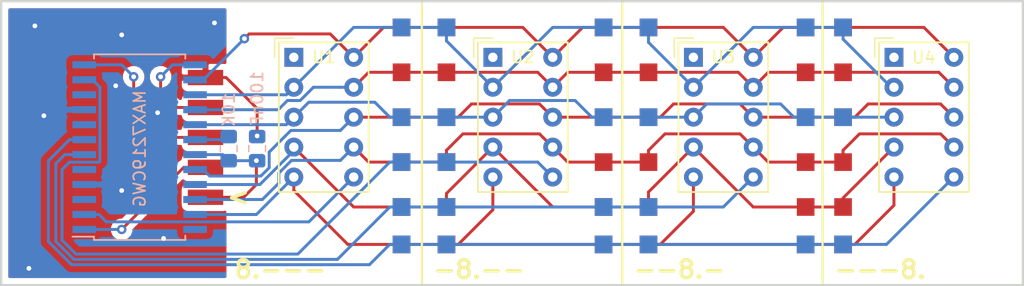
<source format=kicad_pcb>
(kicad_pcb (version 20171130) (host pcbnew 5.0.2-bee76a0~70~ubuntu18.04.1)

  (general
    (thickness 1.6)
    (drawings 16)
    (tracks 267)
    (zones 0)
    (modules 68)
    (nets 28)
  )

  (page A4)
  (title_block
    (title "Messwagen Anzeigeplatine")
    (date 2020-02-25)
    (rev 2.0)
    (company "Christian Lösel")
    (comment 4 "Version mit NRMA-DCC")
  )

  (layers
    (0 F.Cu signal)
    (31 B.Cu signal)
    (32 B.Adhes user)
    (33 F.Adhes user)
    (34 B.Paste user)
    (35 F.Paste user)
    (36 B.SilkS user)
    (37 F.SilkS user)
    (38 B.Mask user)
    (39 F.Mask user)
    (40 Dwgs.User user)
    (41 Cmts.User user)
    (42 Eco1.User user)
    (43 Eco2.User user)
    (44 Edge.Cuts user)
    (45 Margin user)
    (46 B.CrtYd user)
    (47 F.CrtYd user)
    (48 B.Fab user)
    (49 F.Fab user)
  )

  (setup
    (last_trace_width 0.25)
    (trace_clearance 0.2)
    (zone_clearance 0.508)
    (zone_45_only no)
    (trace_min 0.2)
    (segment_width 0.1)
    (edge_width 0.2)
    (via_size 0.8)
    (via_drill 0.4)
    (via_min_size 0.4)
    (via_min_drill 0.3)
    (uvia_size 0.3)
    (uvia_drill 0.1)
    (uvias_allowed no)
    (uvia_min_size 0.2)
    (uvia_min_drill 0.1)
    (pcb_text_width 0.3)
    (pcb_text_size 1.5 1.5)
    (mod_edge_width 0.15)
    (mod_text_size 1 1)
    (mod_text_width 0.15)
    (pad_size 1.524 1.524)
    (pad_drill 0.762)
    (pad_to_mask_clearance 0.051)
    (solder_mask_min_width 0.25)
    (aux_axis_origin 0 0)
    (visible_elements FFFFFF7F)
    (pcbplotparams
      (layerselection 0x010fc_ffffffff)
      (usegerberextensions false)
      (usegerberattributes false)
      (usegerberadvancedattributes false)
      (creategerberjobfile false)
      (excludeedgelayer true)
      (linewidth 0.100000)
      (plotframeref false)
      (viasonmask false)
      (mode 1)
      (useauxorigin false)
      (hpglpennumber 1)
      (hpglpenspeed 20)
      (hpglpendiameter 15.000000)
      (psnegative false)
      (psa4output false)
      (plotreference true)
      (plotvalue true)
      (plotinvisibletext false)
      (padsonsilk false)
      (subtractmaskfromsilk false)
      (outputformat 1)
      (mirror false)
      (drillshape 0)
      (scaleselection 1)
      (outputdirectory "Gerber/"))
  )

  (net 0 "")
  (net 1 GND)
  (net 2 /T4)
  (net 3 /T3)
  (net 4 /PB)
  (net 5 /T2)
  (net 6 /T1)
  (net 7 /DP)
  (net 8 /PG)
  (net 9 /PE)
  (net 10 /PD)
  (net 11 /PC)
  (net 12 /PA)
  (net 13 /PF)
  (net 14 "Net-(U1-Pad1)")
  (net 15 "Net-(U2-Pad1)")
  (net 16 "Net-(U3-Pad1)")
  (net 17 "Net-(U4-Pad1)")
  (net 18 "Net-(IC1-Pad3)")
  (net 19 "Net-(IC1-Pad5)")
  (net 20 "Net-(IC1-Pad8)")
  (net 21 "Net-(IC1-Pad10)")
  (net 22 "Net-(IC1-Pad18)")
  (net 23 "Net-(IC1-Pad24)")
  (net 24 +5V)
  (net 25 /D_IN)
  (net 26 /LOAD)
  (net 27 /CLK)

  (net_class Default "Dies ist die voreingestellte Netzklasse."
    (clearance 0.2)
    (trace_width 0.25)
    (via_dia 0.8)
    (via_drill 0.4)
    (uvia_dia 0.3)
    (uvia_drill 0.1)
    (add_net +5V)
    (add_net /CLK)
    (add_net /DP)
    (add_net /D_IN)
    (add_net /LOAD)
    (add_net /PA)
    (add_net /PB)
    (add_net /PC)
    (add_net /PD)
    (add_net /PE)
    (add_net /PF)
    (add_net /PG)
    (add_net /T1)
    (add_net /T2)
    (add_net /T3)
    (add_net /T4)
    (add_net GND)
    (add_net "Net-(IC1-Pad10)")
    (add_net "Net-(IC1-Pad18)")
    (add_net "Net-(IC1-Pad24)")
    (add_net "Net-(IC1-Pad3)")
    (add_net "Net-(IC1-Pad5)")
    (add_net "Net-(IC1-Pad8)")
    (add_net "Net-(U1-Pad1)")
    (add_net "Net-(U2-Pad1)")
    (add_net "Net-(U3-Pad1)")
    (add_net "Net-(U4-Pad1)")
  )

  (module Package_SO:SOIC-24W_7.5x15.4mm_P1.27mm (layer B.Cu) (tedit 5E56F068) (tstamp 5EA2A36E)
    (at 31.75 32.385)
    (descr "24-Lead Plastic Small Outline (SO) - Wide, 7.50 mm Body [SOIC] (see Microchip Packaging Specification 00000049BS.pdf)")
    (tags "SOIC 1.27")
    (path /5E57CD51)
    (attr smd)
    (fp_text reference IC1 (at 0 8.8) (layer B.SilkS) hide
      (effects (font (size 1 1) (thickness 0.15)) (justify mirror))
    )
    (fp_text value MAX7219CWG (at 0 0.127 90) (layer B.SilkS)
      (effects (font (size 1 1) (thickness 0.15)) (justify mirror))
    )
    (fp_text user %R (at 0 0) (layer B.Fab) hide
      (effects (font (size 1 1) (thickness 0.15)) (justify mirror))
    )
    (fp_line (start -2.75 7.7) (end 3.75 7.7) (layer B.Fab) (width 0.15))
    (fp_line (start 3.75 7.7) (end 3.75 -7.7) (layer B.Fab) (width 0.15))
    (fp_line (start 3.75 -7.7) (end -3.75 -7.7) (layer B.Fab) (width 0.15))
    (fp_line (start -3.75 -7.7) (end -3.75 6.7) (layer B.Fab) (width 0.15))
    (fp_line (start -3.75 6.7) (end -2.75 7.7) (layer B.Fab) (width 0.15))
    (fp_line (start -5.95 8.05) (end -5.95 -8.05) (layer B.CrtYd) (width 0.05))
    (fp_line (start 5.95 8.05) (end 5.95 -8.05) (layer B.CrtYd) (width 0.05))
    (fp_line (start -5.95 8.05) (end 5.95 8.05) (layer B.CrtYd) (width 0.05))
    (fp_line (start -5.95 -8.05) (end 5.95 -8.05) (layer B.CrtYd) (width 0.05))
    (fp_line (start -3.875 7.875) (end -3.875 7.6) (layer B.SilkS) (width 0.15))
    (fp_line (start 3.875 7.875) (end 3.875 7.51) (layer B.SilkS) (width 0.15))
    (fp_line (start 3.875 -7.875) (end 3.875 -7.51) (layer B.SilkS) (width 0.15))
    (fp_line (start -3.875 -7.875) (end -3.875 -7.51) (layer B.SilkS) (width 0.15))
    (fp_line (start -3.875 7.875) (end 3.875 7.875) (layer B.SilkS) (width 0.15))
    (fp_line (start -3.875 -7.875) (end 3.875 -7.875) (layer B.SilkS) (width 0.15))
    (fp_line (start -3.875 7.6) (end -5.7 7.6) (layer B.SilkS) (width 0.15))
    (pad 1 smd rect (at -4.7 6.985) (size 2 0.6) (layers B.Cu B.Paste B.Mask)
      (net 25 /D_IN))
    (pad 2 smd rect (at -4.7 5.715) (size 2 0.6) (layers B.Cu B.Paste B.Mask)
      (net 6 /T1))
    (pad 3 smd rect (at -4.7 4.445) (size 2 0.6) (layers B.Cu B.Paste B.Mask)
      (net 18 "Net-(IC1-Pad3)"))
    (pad 4 smd rect (at -4.7 3.175) (size 2 0.6) (layers B.Cu B.Paste B.Mask)
      (net 1 GND))
    (pad 5 smd rect (at -4.7 1.905) (size 2 0.6) (layers B.Cu B.Paste B.Mask)
      (net 19 "Net-(IC1-Pad5)"))
    (pad 6 smd rect (at -4.7 0.635) (size 2 0.6) (layers B.Cu B.Paste B.Mask)
      (net 3 /T3))
    (pad 7 smd rect (at -4.7 -0.635) (size 2 0.6) (layers B.Cu B.Paste B.Mask)
      (net 2 /T4))
    (pad 8 smd rect (at -4.7 -1.905) (size 2 0.6) (layers B.Cu B.Paste B.Mask)
      (net 20 "Net-(IC1-Pad8)"))
    (pad 9 smd rect (at -4.7 -3.175) (size 2 0.6) (layers B.Cu B.Paste B.Mask)
      (net 1 GND))
    (pad 10 smd rect (at -4.7 -4.445) (size 2 0.6) (layers B.Cu B.Paste B.Mask)
      (net 21 "Net-(IC1-Pad10)"))
    (pad 11 smd rect (at -4.7 -5.715) (size 2 0.6) (layers B.Cu B.Paste B.Mask)
      (net 5 /T2))
    (pad 12 smd rect (at -4.7 -6.985) (size 2 0.6) (layers B.Cu B.Paste B.Mask)
      (net 26 /LOAD))
    (pad 13 smd rect (at 4.7 -6.985) (size 2 0.6) (layers B.Cu B.Paste B.Mask)
      (net 27 /CLK))
    (pad 14 smd rect (at 4.7 -5.715) (size 2 0.6) (layers B.Cu B.Paste B.Mask)
      (net 12 /PA))
    (pad 15 smd rect (at 4.7 -4.445) (size 2 0.6) (layers B.Cu B.Paste B.Mask)
      (net 13 /PF))
    (pad 16 smd rect (at 4.7 -3.175) (size 2 0.6) (layers B.Cu B.Paste B.Mask)
      (net 4 /PB))
    (pad 17 smd rect (at 4.7 -1.905) (size 2 0.6) (layers B.Cu B.Paste B.Mask)
      (net 8 /PG))
    (pad 18 smd rect (at 4.7 -0.635) (size 2 0.6) (layers B.Cu B.Paste B.Mask)
      (net 22 "Net-(IC1-Pad18)"))
    (pad 19 smd rect (at 4.7 0.635) (size 2 0.6) (layers B.Cu B.Paste B.Mask)
      (net 24 +5V))
    (pad 20 smd rect (at 4.7 1.905) (size 2 0.6) (layers B.Cu B.Paste B.Mask)
      (net 11 /PC))
    (pad 21 smd rect (at 4.7 3.175) (size 2 0.6) (layers B.Cu B.Paste B.Mask)
      (net 9 /PE))
    (pad 22 smd rect (at 4.7 4.445) (size 2 0.6) (layers B.Cu B.Paste B.Mask)
      (net 7 /DP))
    (pad 23 smd rect (at 4.7 5.715) (size 2 0.6) (layers B.Cu B.Paste B.Mask)
      (net 10 /PD))
    (pad 24 smd rect (at 4.7 6.985) (size 2 0.6) (layers B.Cu B.Paste B.Mask)
      (net 23 "Net-(IC1-Pad24)"))
    (model ${KISYS3DMOD}/Package_SO.3dshapes/SOIC-24W_7.5x15.4mm_P1.27mm.wrl
      (at (xyz 0 0 0))
      (scale (xyz 1 1 1))
      (rotate (xyz 0 0 0))
    )
  )

  (module "Messwagen Anzeigeplatine:PinHeader_1x05_P2.54mm_Vertical_SMD" (layer F.Cu) (tedit 5E56F321) (tstamp 5E6929BC)
    (at 35.683 31.5595 180)
    (descr "surface-mounted straight pin header, 1x05, 2.54mm pitch, single row, style 1 (pin 1 left)")
    (tags "Surface mounted pin header SMD 1x05 2.54mm single row style1 pin1 left")
    (path /5E62234D)
    (attr smd)
    (fp_text reference J1 (at 0 -7.41 180) (layer F.SilkS) hide
      (effects (font (size 1 1) (thickness 0.15)))
    )
    (fp_text value Conn_01x05 (at 0 7.41 180) (layer F.Fab) hide
      (effects (font (size 1 1) (thickness 0.15)))
    )
    (fp_text user %R (at 0 0 270) (layer F.Fab) hide
      (effects (font (size 1 1) (thickness 0.15)))
    )
    (fp_line (start 10 -6.85) (end -3.45 -6.85) (layer F.CrtYd) (width 0.05))
    (fp_line (start 10 6.85) (end 10 -6.85) (layer F.CrtYd) (width 0.05))
    (fp_line (start -3.45 6.85) (end 10 6.85) (layer F.CrtYd) (width 0.05))
    (fp_line (start -3.45 -6.85) (end -3.45 6.85) (layer F.CrtYd) (width 0.05))
    (fp_line (start -2.54 2.86) (end -1.27 2.86) (layer F.Fab) (width 0.1))
    (fp_line (start -2.54 2.22) (end -2.54 2.86) (layer F.Fab) (width 0.1))
    (fp_line (start -1.27 2.22) (end -2.54 2.22) (layer F.Fab) (width 0.1))
    (fp_line (start -2.54 -2.22) (end -1.27 -2.22) (layer F.Fab) (width 0.1))
    (fp_line (start -2.54 -2.86) (end -2.54 -2.22) (layer F.Fab) (width 0.1))
    (fp_line (start -1.27 -2.86) (end -2.54 -2.86) (layer F.Fab) (width 0.1))
    (fp_line (start -2.54 5.4) (end -1.27 5.4) (layer F.Fab) (width 0.1))
    (fp_line (start -2.54 4.76) (end -2.54 5.4) (layer F.Fab) (width 0.1))
    (fp_line (start -1.27 4.76) (end -2.54 4.76) (layer F.Fab) (width 0.1))
    (fp_line (start -2.54 0.32) (end -1.27 0.32) (layer F.Fab) (width 0.1))
    (fp_line (start -2.54 -0.32) (end -2.54 0.32) (layer F.Fab) (width 0.1))
    (fp_line (start -1.27 -0.32) (end -2.54 -0.32) (layer F.Fab) (width 0.1))
    (fp_line (start -2.54 -4.76) (end -1.27 -4.76) (layer F.Fab) (width 0.1))
    (fp_line (start -2.54 -5.4) (end -2.54 -4.76) (layer F.Fab) (width 0.1))
    (fp_line (start -1.27 -5.4) (end -2.54 -5.4) (layer F.Fab) (width 0.1))
    (fp_line (start 1.27 -6.35) (end 1.27 6.35) (layer F.Fab) (width 0.1))
    (fp_line (start -1.27 -5.4) (end -0.32 -6.35) (layer F.Fab) (width 0.1))
    (fp_line (start -1.27 6.35) (end -1.27 -5.4) (layer F.Fab) (width 0.1))
    (fp_line (start -0.32 -6.35) (end 1.27 -6.35) (layer F.Fab) (width 0.1))
    (fp_line (start 1.27 6.35) (end -1.27 6.35) (layer F.Fab) (width 0.1))
    (pad 4 smd rect (at -1.655 2.54 180) (size 3 1.3) (layers F.Cu F.Paste F.Mask)
      (net 27 /CLK))
    (pad 2 smd rect (at -1.655 -2.54 180) (size 3 1.3) (layers F.Cu F.Paste F.Mask)
      (net 25 /D_IN))
    (pad 5 smd rect (at -1.655 5.08 180) (size 3 1.3) (layers F.Cu F.Paste F.Mask)
      (net 1 GND))
    (pad 3 smd rect (at -1.655 0 180) (size 3 1.3) (layers F.Cu F.Paste F.Mask)
      (net 26 /LOAD))
    (pad 1 smd rect (at -1.655 -5.08 180) (size 3 1.3) (layers F.Cu F.Paste F.Mask)
      (net 24 +5V))
    (model ${KISYS3DMOD}/Connector_PinHeader_2.54mm.3dshapes/PinHeader_1x05_P2.54mm_Vertical_SMD_Pin1Left.wrl
      (at (xyz 0 0 0))
      (scale (xyz 1 1 1))
      (rotate (xyz 0 0 0))
    )
  )

  (module Capacitor_SMD:C_0805_2012Metric_Pad1.15x1.40mm_HandSolder (layer B.Cu) (tedit 5E56F044) (tstamp 5E8D0180)
    (at 41.7195 32.512 90)
    (descr "Capacitor SMD 0805 (2012 Metric), square (rectangular) end terminal, IPC_7351 nominal with elongated pad for handsoldering. (Body size source: https://docs.google.com/spreadsheets/d/1BsfQQcO9C6DZCsRaXUlFlo91Tg2WpOkGARC1WS5S8t0/edit?usp=sharing), generated with kicad-footprint-generator")
    (tags "capacitor handsolder")
    (path /5E709687)
    (attr smd)
    (fp_text reference C1 (at 0 1.65 90) (layer B.SilkS) hide
      (effects (font (size 1 1) (thickness 0.15)) (justify mirror))
    )
    (fp_text value 100nF (at 4.2545 0 90) (layer B.SilkS)
      (effects (font (size 1 1) (thickness 0.15)) (justify mirror))
    )
    (fp_line (start -1 -0.6) (end -1 0.6) (layer B.Fab) (width 0.1))
    (fp_line (start -1 0.6) (end 1 0.6) (layer B.Fab) (width 0.1))
    (fp_line (start 1 0.6) (end 1 -0.6) (layer B.Fab) (width 0.1))
    (fp_line (start 1 -0.6) (end -1 -0.6) (layer B.Fab) (width 0.1))
    (fp_line (start -0.261252 0.71) (end 0.261252 0.71) (layer B.SilkS) (width 0.12))
    (fp_line (start -0.261252 -0.71) (end 0.261252 -0.71) (layer B.SilkS) (width 0.12))
    (fp_line (start -1.85 -0.95) (end -1.85 0.95) (layer B.CrtYd) (width 0.05))
    (fp_line (start -1.85 0.95) (end 1.85 0.95) (layer B.CrtYd) (width 0.05))
    (fp_line (start 1.85 0.95) (end 1.85 -0.95) (layer B.CrtYd) (width 0.05))
    (fp_line (start 1.85 -0.95) (end -1.85 -0.95) (layer B.CrtYd) (width 0.05))
    (fp_text user %R (at 0 0 90) (layer B.Fab) hide
      (effects (font (size 0.5 0.5) (thickness 0.08)) (justify mirror))
    )
    (pad 1 smd roundrect (at -1.025 0 90) (size 1.15 1.4) (layers B.Cu B.Paste B.Mask) (roundrect_rratio 0.217391)
      (net 24 +5V))
    (pad 2 smd roundrect (at 1.025 0 90) (size 1.15 1.4) (layers B.Cu B.Paste B.Mask) (roundrect_rratio 0.217391)
      (net 1 GND))
    (model ${KISYS3DMOD}/Capacitor_SMD.3dshapes/C_0805_2012Metric.wrl
      (at (xyz 0 0 0))
      (scale (xyz 1 1 1))
      (rotate (xyz 0 0 0))
    )
  )

  (module "Messwagen Anzeigeplatine:Lötpad" (layer F.Cu) (tedit 5E066DFA) (tstamp 5E1DE523)
    (at 71.12 26.035)
    (path /5E0C1DC5)
    (fp_text reference TP34 (at 0 -3.31) (layer F.SilkS) hide
      (effects (font (size 1 1) (thickness 0.15)))
    )
    (fp_text value TestPoint (at 0 -4.31) (layer F.Fab) hide
      (effects (font (size 1 1) (thickness 0.15)))
    )
    (pad 1 smd rect (at 0 0) (size 1.5 1.5) (layers F.Cu F.Paste F.Mask)
      (net 4 /PB))
  )

  (module "Messwagen Anzeigeplatine:Lötpad" (layer B.Cu) (tedit 5E066DFA) (tstamp 5EA29865)
    (at 57.785 40.64)
    (path /5E1DBF6B)
    (fp_text reference TP60 (at 0 3.31) (layer B.SilkS) hide
      (effects (font (size 1 1) (thickness 0.15)) (justify mirror))
    )
    (fp_text value TestPoint (at 0 4.31) (layer B.Fab) hide
      (effects (font (size 1 1) (thickness 0.15)) (justify mirror))
    )
    (pad 1 smd rect (at 0 0) (size 1.5 1.5) (layers B.Cu B.Paste B.Mask)
      (net 2 /T4))
  )

  (module "Messwagen Anzeigeplatine:Lötpad" (layer F.Cu) (tedit 5E066DFA) (tstamp 5EA29952)
    (at 57.785 33.655)
    (path /5E0C1A0D)
    (fp_text reference TP59 (at 0 -3.31) (layer F.SilkS) hide
      (effects (font (size 1 1) (thickness 0.15)))
    )
    (fp_text value TestPoint (at 0 -4.31) (layer F.Fab) hide
      (effects (font (size 1 1) (thickness 0.15)))
    )
    (pad 1 smd rect (at 0 0) (size 1.5 1.5) (layers F.Cu F.Paste F.Mask)
      (net 7 /DP))
  )

  (module "Messwagen Anzeigeplatine:Lötpad" (layer F.Cu) (tedit 5E066DFA) (tstamp 5E1DE4FF)
    (at 74.93 33.655)
    (path /5E0C1343)
    (fp_text reference TP50 (at 0 -3.31) (layer F.SilkS) hide
      (effects (font (size 1 1) (thickness 0.15)))
    )
    (fp_text value TestPoint (at 0 -4.31) (layer F.Fab) hide
      (effects (font (size 1 1) (thickness 0.15)))
    )
    (pad 1 smd rect (at 0 0) (size 1.5 1.5) (layers F.Cu F.Paste F.Mask)
      (net 7 /DP))
  )

  (module "Messwagen Anzeigeplatine:Lötpad" (layer F.Cu) (tedit 5E066DFA) (tstamp 5E1DE4FB)
    (at 57.785 37.465)
    (path /5E0C1899)
    (fp_text reference TP56 (at 0 -3.31) (layer F.SilkS) hide
      (effects (font (size 1 1) (thickness 0.15)))
    )
    (fp_text value TestPoint (at 0 -4.31) (layer F.Fab) hide
      (effects (font (size 1 1) (thickness 0.15)))
    )
    (pad 1 smd rect (at 0 0) (size 1.5 1.5) (layers F.Cu F.Paste F.Mask)
      (net 9 /PE))
  )

  (module "Messwagen Anzeigeplatine:Lötpad" (layer F.Cu) (tedit 5E066DFA) (tstamp 5E1DE4F7)
    (at 88.265 40.64)
    (path /5E0C1823)
    (fp_text reference TP55 (at 0 -3.31) (layer F.SilkS) hide
      (effects (font (size 1 1) (thickness 0.15)))
    )
    (fp_text value TestPoint (at 0 -4.31) (layer F.Fab) hide
      (effects (font (size 1 1) (thickness 0.15)))
    )
    (pad 1 smd rect (at 0 0) (size 1.5 1.5) (layers F.Cu F.Paste F.Mask)
      (net 10 /PD))
  )

  (module "Messwagen Anzeigeplatine:Lötpad" (layer F.Cu) (tedit 5E066DFA) (tstamp 5EA29895)
    (at 57.785 29.845)
    (path /5E0C17A7)
    (fp_text reference TP54 (at 0 -3.31) (layer F.SilkS) hide
      (effects (font (size 1 1) (thickness 0.15)))
    )
    (fp_text value TestPoint (at 0 -4.31) (layer F.Fab) hide
      (effects (font (size 1 1) (thickness 0.15)))
    )
    (pad 1 smd rect (at 0 0) (size 1.5 1.5) (layers F.Cu F.Paste F.Mask)
      (net 11 /PC))
  )

  (module "Messwagen Anzeigeplatine:Lötpad" (layer F.Cu) (tedit 5E066DFA) (tstamp 5E8D044E)
    (at 74.93 26.035)
    (path /5E0C172F)
    (fp_text reference TP53 (at 0 -3.31) (layer F.SilkS) hide
      (effects (font (size 1 1) (thickness 0.15)))
    )
    (fp_text value TestPoint (at 0 -4.31) (layer F.Fab) hide
      (effects (font (size 1 1) (thickness 0.15)))
    )
    (pad 1 smd rect (at 0 0) (size 1.5 1.5) (layers F.Cu F.Paste F.Mask)
      (net 4 /PB))
  )

  (module "Messwagen Anzeigeplatine:Lötpad" (layer B.Cu) (tedit 5E066DFA) (tstamp 5EA29946)
    (at 71.12 40.64)
    (path /5E1DBD0F)
    (fp_text reference TP51 (at 0 3.31) (layer B.SilkS) hide
      (effects (font (size 1 1) (thickness 0.15)) (justify mirror))
    )
    (fp_text value TestPoint (at 0 4.31) (layer B.Fab) hide
      (effects (font (size 1 1) (thickness 0.15)) (justify mirror))
    )
    (pad 1 smd rect (at 0 0) (size 1.5 1.5) (layers B.Cu B.Paste B.Mask)
      (net 2 /T4))
  )

  (module "Messwagen Anzeigeplatine:Lötpad" (layer B.Cu) (tedit 5E066DFA) (tstamp 5EA2987D)
    (at 88.265 29.845)
    (path /5E0C198F)
    (fp_text reference TP58 (at 0 3.31) (layer B.SilkS) hide
      (effects (font (size 1 1) (thickness 0.15)) (justify mirror))
    )
    (fp_text value TestPoint (at 0 4.31) (layer B.Fab) hide
      (effects (font (size 1 1) (thickness 0.15)) (justify mirror))
    )
    (pad 1 smd rect (at 0 0) (size 1.5 1.5) (layers B.Cu B.Paste B.Mask)
      (net 8 /PG))
  )

  (module "Messwagen Anzeigeplatine:Lötpad" (layer B.Cu) (tedit 5E066DFA) (tstamp 5E8D0436)
    (at 57.785 29.845)
    (path /5E0C13B3)
    (fp_text reference TP49 (at 0 3.31) (layer B.SilkS) hide
      (effects (font (size 1 1) (thickness 0.15)) (justify mirror))
    )
    (fp_text value TestPoint (at 0 4.31) (layer B.Fab) hide
      (effects (font (size 1 1) (thickness 0.15)) (justify mirror))
    )
    (pad 1 smd rect (at 0 0) (size 1.5 1.5) (layers B.Cu B.Paste B.Mask)
      (net 8 /PG))
  )

  (module "Messwagen Anzeigeplatine:Lötpad" (layer B.Cu) (tedit 5E066DFA) (tstamp 5E1DE4DF)
    (at 88.265 22.225)
    (path /5E0C141B)
    (fp_text reference TP48 (at 0 3.31) (layer B.SilkS) hide
      (effects (font (size 1 1) (thickness 0.15)) (justify mirror))
    )
    (fp_text value TestPoint (at 0 4.31) (layer B.Fab) hide
      (effects (font (size 1 1) (thickness 0.15)) (justify mirror))
    )
    (pad 1 smd rect (at 0 0) (size 1.5 1.5) (layers B.Cu B.Paste B.Mask)
      (net 13 /PF))
  )

  (module "Messwagen Anzeigeplatine:Lötpad" (layer F.Cu) (tedit 5E066DFA) (tstamp 5E1DE4DB)
    (at 71.12 37.465)
    (path /5E0C1481)
    (fp_text reference TP47 (at 0 -3.31) (layer F.SilkS) hide
      (effects (font (size 1 1) (thickness 0.15)))
    )
    (fp_text value TestPoint (at 0 -4.31) (layer F.Fab) hide
      (effects (font (size 1 1) (thickness 0.15)))
    )
    (pad 1 smd rect (at 0 0) (size 1.5 1.5) (layers F.Cu F.Paste F.Mask)
      (net 9 /PE))
  )

  (module "Messwagen Anzeigeplatine:Lötpad" (layer F.Cu) (tedit 5E066DFA) (tstamp 5E1DE4D7)
    (at 57.785 40.64)
    (path /5E0C14EB)
    (fp_text reference TP46 (at 0 -3.31) (layer F.SilkS) hide
      (effects (font (size 1 1) (thickness 0.15)))
    )
    (fp_text value TestPoint (at 0 -4.31) (layer F.Fab) hide
      (effects (font (size 1 1) (thickness 0.15)))
    )
    (pad 1 smd rect (at 0 0) (size 1.5 1.5) (layers F.Cu F.Paste F.Mask)
      (net 10 /PD))
  )

  (module "Messwagen Anzeigeplatine:Lötpad" (layer F.Cu) (tedit 5E066DFA) (tstamp 5EA29871)
    (at 53.975 29.845)
    (path /5E0C1555)
    (fp_text reference TP45 (at 0 -3.31) (layer F.SilkS) hide
      (effects (font (size 1 1) (thickness 0.15)))
    )
    (fp_text value TestPoint (at 0 -4.31) (layer F.Fab) hide
      (effects (font (size 1 1) (thickness 0.15)))
    )
    (pad 1 smd rect (at 0 0) (size 1.5 1.5) (layers F.Cu F.Paste F.Mask)
      (net 11 /PC))
  )

  (module "Messwagen Anzeigeplatine:Lötpad" (layer F.Cu) (tedit 5E066DFA) (tstamp 5EA2995E)
    (at 88.265 26.035)
    (path /5E0C15CF)
    (fp_text reference TP44 (at 0 -3.31) (layer F.SilkS) hide
      (effects (font (size 1 1) (thickness 0.15)))
    )
    (fp_text value TestPoint (at 0 -4.31) (layer F.Fab) hide
      (effects (font (size 1 1) (thickness 0.15)))
    )
    (pad 1 smd rect (at 0 0) (size 1.5 1.5) (layers F.Cu F.Paste F.Mask)
      (net 4 /PB))
  )

  (module "Messwagen Anzeigeplatine:Lötpad" (layer F.Cu) (tedit 5E066DFA) (tstamp 5E8D0442)
    (at 91.44 22.225)
    (path /5E0C163D)
    (fp_text reference TP43 (at 0 -3.31) (layer F.SilkS) hide
      (effects (font (size 1 1) (thickness 0.15)))
    )
    (fp_text value TestPoint (at 0 -4.31) (layer F.Fab) hide
      (effects (font (size 1 1) (thickness 0.15)))
    )
    (pad 1 smd rect (at 0 0) (size 1.5 1.5) (layers F.Cu F.Paste F.Mask)
      (net 12 /PA))
  )

  (module "Messwagen Anzeigeplatine:Lötpad" (layer F.Cu) (tedit 5E066DFA) (tstamp 5E1DE4C7)
    (at 57.785 22.225)
    (path /5E0C16B5)
    (fp_text reference TP52 (at 0 -3.31) (layer F.SilkS) hide
      (effects (font (size 1 1) (thickness 0.15)))
    )
    (fp_text value TestPoint (at 0 -4.31) (layer F.Fab) hide
      (effects (font (size 1 1) (thickness 0.15)))
    )
    (pad 1 smd rect (at 0 0) (size 1.5 1.5) (layers F.Cu F.Paste F.Mask)
      (net 12 /PA))
  )

  (module "Messwagen Anzeigeplatine:Lötpad" (layer B.Cu) (tedit 5E066DFA) (tstamp 5E8D0412)
    (at 71.12 37.465)
    (path /5E1DBA0D)
    (fp_text reference TP41 (at 0 3.31) (layer B.SilkS) hide
      (effects (font (size 1 1) (thickness 0.15)) (justify mirror))
    )
    (fp_text value TestPoint (at 0 4.31) (layer B.Fab) hide
      (effects (font (size 1 1) (thickness 0.15)) (justify mirror))
    )
    (pad 1 smd rect (at 0 0) (size 1.5 1.5) (layers B.Cu B.Paste B.Mask)
      (net 3 /T3))
  )

  (module "Messwagen Anzeigeplatine:Lötpad" (layer F.Cu) (tedit 5E066DFA) (tstamp 5E1DE4BF)
    (at 91.44 33.655)
    (path /5E0C1A8F)
    (fp_text reference TP40 (at 0 -3.31) (layer F.SilkS) hide
      (effects (font (size 1 1) (thickness 0.15)))
    )
    (fp_text value TestPoint (at 0 -4.31) (layer F.Fab) hide
      (effects (font (size 1 1) (thickness 0.15)))
    )
    (pad 1 smd rect (at 0 0) (size 1.5 1.5) (layers F.Cu F.Paste F.Mask)
      (net 7 /DP))
  )

  (module "Messwagen Anzeigeplatine:Lötpad" (layer B.Cu) (tedit 5E066DFA) (tstamp 5E1DE4BB)
    (at 91.44 29.845)
    (path /5E0C1B1F)
    (fp_text reference TP39 (at 0 3.31) (layer B.SilkS) hide
      (effects (font (size 1 1) (thickness 0.15)) (justify mirror))
    )
    (fp_text value TestPoint (at 0 4.31) (layer B.Fab) hide
      (effects (font (size 1 1) (thickness 0.15)) (justify mirror))
    )
    (pad 1 smd rect (at 0 0) (size 1.5 1.5) (layers B.Cu B.Paste B.Mask)
      (net 8 /PG))
  )

  (module "Messwagen Anzeigeplatine:Lötpad" (layer B.Cu) (tedit 5E066DFA) (tstamp 5E1DE4B7)
    (at 71.12 22.225)
    (path /5E0C1BA3)
    (fp_text reference TP38 (at 0 3.31) (layer B.SilkS) hide
      (effects (font (size 1 1) (thickness 0.15)) (justify mirror))
    )
    (fp_text value TestPoint (at 0 4.31) (layer B.Fab) hide
      (effects (font (size 1 1) (thickness 0.15)) (justify mirror))
    )
    (pad 1 smd rect (at 0 0) (size 1.5 1.5) (layers B.Cu B.Paste B.Mask)
      (net 13 /PF))
  )

  (module "Messwagen Anzeigeplatine:Lötpad" (layer F.Cu) (tedit 5E066DFA) (tstamp 5E1DE4B3)
    (at 53.975 37.465)
    (path /5E0C1C29)
    (fp_text reference TP37 (at 0 -3.31) (layer F.SilkS) hide
      (effects (font (size 1 1) (thickness 0.15)))
    )
    (fp_text value TestPoint (at 0 -4.31) (layer F.Fab) hide
      (effects (font (size 1 1) (thickness 0.15)))
    )
    (pad 1 smd rect (at 0 0) (size 1.5 1.5) (layers F.Cu F.Paste F.Mask)
      (net 9 /PE))
  )

  (module "Messwagen Anzeigeplatine:Lötpad" (layer F.Cu) (tedit 5E066DFA) (tstamp 5E1DE4AF)
    (at 91.44 40.64)
    (path /5E0C1CB1)
    (fp_text reference TP36 (at 0 -3.31) (layer F.SilkS) hide
      (effects (font (size 1 1) (thickness 0.15)))
    )
    (fp_text value TestPoint (at 0 -4.31) (layer F.Fab) hide
      (effects (font (size 1 1) (thickness 0.15)))
    )
    (pad 1 smd rect (at 0 0) (size 1.5 1.5) (layers F.Cu F.Paste F.Mask)
      (net 10 /PD))
  )

  (module "Messwagen Anzeigeplatine:Lötpad" (layer F.Cu) (tedit 5E066DFA) (tstamp 5EA29BAC)
    (at 88.265 29.845)
    (path /5E0C1D3B)
    (fp_text reference TP35 (at 0 -3.31) (layer F.SilkS) hide
      (effects (font (size 1 1) (thickness 0.15)))
    )
    (fp_text value TestPoint (at 0 -4.31) (layer F.Fab) hide
      (effects (font (size 1 1) (thickness 0.15)))
    )
    (pad 1 smd rect (at 0 0) (size 1.5 1.5) (layers F.Cu F.Paste F.Mask)
      (net 11 /PC))
  )

  (module "Messwagen Anzeigeplatine:Lötpad" (layer F.Cu) (tedit 5E066DFA) (tstamp 5EA29D50)
    (at 88.265 37.465)
    (path /5E0C10BC)
    (fp_text reference TP27 (at 0 -3.31) (layer F.SilkS) hide
      (effects (font (size 1 1) (thickness 0.15)))
    )
    (fp_text value TestPoint (at 0 -4.31) (layer F.Fab) hide
      (effects (font (size 1 1) (thickness 0.15)))
    )
    (pad 1 smd rect (at 0 0) (size 1.5 1.5) (layers F.Cu F.Paste F.Mask)
      (net 9 /PE))
  )

  (module "Messwagen Anzeigeplatine:Lötpad" (layer B.Cu) (tedit 5E066DFA) (tstamp 5E1DE4A3)
    (at 74.93 40.64)
    (path /5E1DBAC5)
    (fp_text reference TP42 (at 0 3.31) (layer B.SilkS) hide
      (effects (font (size 1 1) (thickness 0.15)) (justify mirror))
    )
    (fp_text value TestPoint (at 0 4.31) (layer B.Fab) hide
      (effects (font (size 1 1) (thickness 0.15)) (justify mirror))
    )
    (pad 1 smd rect (at 0 0) (size 1.5 1.5) (layers B.Cu B.Paste B.Mask)
      (net 2 /T4))
  )

  (module "Messwagen Anzeigeplatine:Lötpad" (layer B.Cu) (tedit 5E066DFA) (tstamp 5E1DE497)
    (at 74.93 29.845)
    (path /5E0C0DA2)
    (fp_text reference TP18 (at 0 3.31) (layer B.SilkS) hide
      (effects (font (size 1 1) (thickness 0.15)) (justify mirror))
    )
    (fp_text value TestPoint (at 0 4.31) (layer B.Fab) hide
      (effects (font (size 1 1) (thickness 0.15)) (justify mirror))
    )
    (pad 1 smd rect (at 0 0) (size 1.5 1.5) (layers B.Cu B.Paste B.Mask)
      (net 8 /PG))
  )

  (module "Messwagen Anzeigeplatine:Lötpad" (layer F.Cu) (tedit 5E066DFA) (tstamp 5E1DE493)
    (at 74.93 22.225)
    (path /5E0C1E53)
    (fp_text reference TP33 (at 0 -3.31) (layer F.SilkS) hide
      (effects (font (size 1 1) (thickness 0.15)))
    )
    (fp_text value TestPoint (at 0 -4.31) (layer F.Fab) hide
      (effects (font (size 1 1) (thickness 0.15)))
    )
    (pad 1 smd rect (at 0 0) (size 1.5 1.5) (layers F.Cu F.Paste F.Mask)
      (net 12 /PA))
  )

  (module "Messwagen Anzeigeplatine:Lötpad" (layer B.Cu) (tedit 5E066DFA) (tstamp 5E1DE48F)
    (at 53.975 37.465)
    (path /5E1DB885)
    (fp_text reference TP31 (at 0 3.31) (layer B.SilkS) hide
      (effects (font (size 1 1) (thickness 0.15)) (justify mirror))
    )
    (fp_text value TestPoint (at 0 4.31) (layer B.Fab) hide
      (effects (font (size 1 1) (thickness 0.15)) (justify mirror))
    )
    (pad 1 smd rect (at 0 0) (size 1.5 1.5) (layers B.Cu B.Paste B.Mask)
      (net 3 /T3))
  )

  (module "Messwagen Anzeigeplatine:Lötpad" (layer F.Cu) (tedit 5E066DFA) (tstamp 5E1DE48B)
    (at 53.975 33.655)
    (path /5E0C0FA8)
    (fp_text reference TP30 (at 0 -3.31) (layer F.SilkS) hide
      (effects (font (size 1 1) (thickness 0.15)))
    )
    (fp_text value TestPoint (at 0 -4.31) (layer F.Fab) hide
      (effects (font (size 1 1) (thickness 0.15)))
    )
    (pad 1 smd rect (at 0 0) (size 1.5 1.5) (layers F.Cu F.Paste F.Mask)
      (net 7 /DP))
  )

  (module "Messwagen Anzeigeplatine:Lötpad" (layer B.Cu) (tedit 5E066DFA) (tstamp 5E1DE487)
    (at 53.975 29.845)
    (path /5E0C1014)
    (fp_text reference TP29 (at 0 3.31) (layer B.SilkS) hide
      (effects (font (size 1 1) (thickness 0.15)) (justify mirror))
    )
    (fp_text value TestPoint (at 0 4.31) (layer B.Fab) hide
      (effects (font (size 1 1) (thickness 0.15)) (justify mirror))
    )
    (pad 1 smd rect (at 0 0) (size 1.5 1.5) (layers B.Cu B.Paste B.Mask)
      (net 8 /PG))
  )

  (module "Messwagen Anzeigeplatine:Lötpad" (layer B.Cu) (tedit 5E066DFA) (tstamp 5E8D042A)
    (at 91.44 22.225)
    (path /5E0C1066)
    (fp_text reference TP28 (at 0 3.31) (layer B.SilkS) hide
      (effects (font (size 1 1) (thickness 0.15)) (justify mirror))
    )
    (fp_text value TestPoint (at 0 4.31) (layer B.Fab) hide
      (effects (font (size 1 1) (thickness 0.15)) (justify mirror))
    )
    (pad 1 smd rect (at 0 0) (size 1.5 1.5) (layers B.Cu B.Paste B.Mask)
      (net 13 /PF))
  )

  (module "Messwagen Anzeigeplatine:Lötpad" (layer F.Cu) (tedit 5E066DFA) (tstamp 5EA2984D)
    (at 53.975 26.035)
    (path /5E06F0A5)
    (fp_text reference TP2 (at 0 -3.31) (layer F.SilkS) hide
      (effects (font (size 1 1) (thickness 0.15)))
    )
    (fp_text value TestPoint (at 0 -4.31) (layer F.Fab) hide
      (effects (font (size 1 1) (thickness 0.15)))
    )
    (pad 1 smd rect (at 0 0) (size 1.5 1.5) (layers F.Cu F.Paste F.Mask)
      (net 4 /PB))
  )

  (module "Messwagen Anzeigeplatine:Lötpad" (layer F.Cu) (tedit 5E066DFA) (tstamp 5E1DE47B)
    (at 71.12 40.64)
    (path /5E0C1118)
    (fp_text reference TP26 (at 0 -3.31) (layer F.SilkS) hide
      (effects (font (size 1 1) (thickness 0.15)))
    )
    (fp_text value TestPoint (at 0 -4.31) (layer F.Fab) hide
      (effects (font (size 1 1) (thickness 0.15)))
    )
    (pad 1 smd rect (at 0 0) (size 1.5 1.5) (layers F.Cu F.Paste F.Mask)
      (net 10 /PD))
  )

  (module "Messwagen Anzeigeplatine:Lötpad" (layer F.Cu) (tedit 5E066DFA) (tstamp 5EA29B8F)
    (at 74.93 29.845)
    (path /5E0C11B6)
    (fp_text reference TP25 (at 0 -3.31) (layer F.SilkS) hide
      (effects (font (size 1 1) (thickness 0.15)))
    )
    (fp_text value TestPoint (at 0 -4.31) (layer F.Fab) hide
      (effects (font (size 1 1) (thickness 0.15)))
    )
    (pad 1 smd rect (at 0 0) (size 1.5 1.5) (layers F.Cu F.Paste F.Mask)
      (net 11 /PC))
  )

  (module "Messwagen Anzeigeplatine:Lötpad" (layer F.Cu) (tedit 5E066DFA) (tstamp 5E1DE473)
    (at 57.785 26.035)
    (path /5E0C1212)
    (fp_text reference TP24 (at 0 -3.31) (layer F.SilkS) hide
      (effects (font (size 1 1) (thickness 0.15)))
    )
    (fp_text value TestPoint (at 0 -4.31) (layer F.Fab) hide
      (effects (font (size 1 1) (thickness 0.15)))
    )
    (pad 1 smd rect (at 0 0) (size 1.5 1.5) (layers F.Cu F.Paste F.Mask)
      (net 4 /PB))
  )

  (module "Messwagen Anzeigeplatine:Lötpad" (layer F.Cu) (tedit 5E066DFA) (tstamp 5E1DF9CD)
    (at 88.265 22.225)
    (path /5E0C1270)
    (fp_text reference TP23 (at 0 -3.31) (layer F.SilkS) hide
      (effects (font (size 1 1) (thickness 0.15)))
    )
    (fp_text value TestPoint (at 0 -4.31) (layer F.Fab) hide
      (effects (font (size 1 1) (thickness 0.15)))
    )
    (pad 1 smd rect (at 0 0) (size 1.5 1.5) (layers F.Cu F.Paste F.Mask)
      (net 12 /PA))
  )

  (module "Messwagen Anzeigeplatine:Lötpad" (layer B.Cu) (tedit 5E066DFA) (tstamp 5E1DE46B)
    (at 88.265 40.64)
    (path /5E1DB725)
    (fp_text reference TP22 (at 0 3.31) (layer B.SilkS) hide
      (effects (font (size 1 1) (thickness 0.15)) (justify mirror))
    )
    (fp_text value TestPoint (at 0 4.31) (layer B.Fab) hide
      (effects (font (size 1 1) (thickness 0.15)) (justify mirror))
    )
    (pad 1 smd rect (at 0 0) (size 1.5 1.5) (layers B.Cu B.Paste B.Mask)
      (net 2 /T4))
  )

  (module "Messwagen Anzeigeplatine:Lötpad" (layer B.Cu) (tedit 5E066DFA) (tstamp 5EA2A270)
    (at 57.785 37.465)
    (path /5E1DB7D5)
    (fp_text reference TP21 (at 0 3.31) (layer B.SilkS) hide
      (effects (font (size 1 1) (thickness 0.15)) (justify mirror))
    )
    (fp_text value TestPoint (at 0 4.31) (layer B.Fab) hide
      (effects (font (size 1 1) (thickness 0.15)) (justify mirror))
    )
    (pad 1 smd rect (at 0 0) (size 1.5 1.5) (layers B.Cu B.Paste B.Mask)
      (net 3 /T3))
  )

  (module "Messwagen Anzeigeplatine:Lötpad" (layer B.Cu) (tedit 5E066DFA) (tstamp 5E1DE463)
    (at 57.785 33.655)
    (path /5E1DB3CB)
    (fp_text reference TP20 (at 0 3.31) (layer B.SilkS) hide
      (effects (font (size 1 1) (thickness 0.15)) (justify mirror))
    )
    (fp_text value TestPoint (at 0 4.31) (layer B.Fab) hide
      (effects (font (size 1 1) (thickness 0.15)) (justify mirror))
    )
    (pad 1 smd rect (at 0 0) (size 1.5 1.5) (layers B.Cu B.Paste B.Mask)
      (net 5 /T2))
  )

  (module "Messwagen Anzeigeplatine:Lötpad" (layer F.Cu) (tedit 5E066DFA) (tstamp 5E1DE45F)
    (at 88.265 33.655)
    (path /5E0C0DE8)
    (fp_text reference TP19 (at 0 -3.31) (layer F.SilkS) hide
      (effects (font (size 1 1) (thickness 0.15)))
    )
    (fp_text value TestPoint (at 0 -4.31) (layer F.Fab) hide
      (effects (font (size 1 1) (thickness 0.15)))
    )
    (pad 1 smd rect (at 0 0) (size 1.5 1.5) (layers F.Cu F.Paste F.Mask)
      (net 7 /DP))
  )

  (module "Messwagen Anzeigeplatine:Lötpad" (layer B.Cu) (tedit 5E066DFA) (tstamp 5E1DE45B)
    (at 57.785 22.225)
    (path /5E0C0D5E)
    (fp_text reference TP17 (at 0 3.31) (layer B.SilkS) hide
      (effects (font (size 1 1) (thickness 0.15)) (justify mirror))
    )
    (fp_text value TestPoint (at 0 4.31) (layer B.Fab) hide
      (effects (font (size 1 1) (thickness 0.15)) (justify mirror))
    )
    (pad 1 smd rect (at 0 0) (size 1.5 1.5) (layers B.Cu B.Paste B.Mask)
      (net 13 /PF))
  )

  (module "Messwagen Anzeigeplatine:Lötpad" (layer B.Cu) (tedit 5E066DFA) (tstamp 5E1DE457)
    (at 53.975 22.225)
    (path /5E0C1911)
    (fp_text reference TP57 (at 0 3.31) (layer B.SilkS) hide
      (effects (font (size 1 1) (thickness 0.15)) (justify mirror))
    )
    (fp_text value TestPoint (at 0 4.31) (layer B.Fab) hide
      (effects (font (size 1 1) (thickness 0.15)) (justify mirror))
    )
    (pad 1 smd rect (at 0 0) (size 1.5 1.5) (layers B.Cu B.Paste B.Mask)
      (net 13 /PF))
  )

  (module "Messwagen Anzeigeplatine:Lötpad" (layer F.Cu) (tedit 5E066DFA) (tstamp 5E1DE453)
    (at 91.44 37.465)
    (path /5E0C0D1C)
    (fp_text reference TP16 (at 0 -3.31) (layer F.SilkS) hide
      (effects (font (size 1 1) (thickness 0.15)))
    )
    (fp_text value TestPoint (at 0 -4.31) (layer F.Fab) hide
      (effects (font (size 1 1) (thickness 0.15)))
    )
    (pad 1 smd rect (at 0 0) (size 1.5 1.5) (layers F.Cu F.Paste F.Mask)
      (net 9 /PE))
  )

  (module "Messwagen Anzeigeplatine:Lötpad" (layer F.Cu) (tedit 5E066DFA) (tstamp 5E1DE44F)
    (at 74.93 40.64)
    (path /5E0C0CD6)
    (fp_text reference TP15 (at 0 -3.31) (layer F.SilkS) hide
      (effects (font (size 1 1) (thickness 0.15)))
    )
    (fp_text value TestPoint (at 0 -4.31) (layer F.Fab) hide
      (effects (font (size 1 1) (thickness 0.15)))
    )
    (pad 1 smd rect (at 0 0) (size 1.5 1.5) (layers F.Cu F.Paste F.Mask)
      (net 10 /PD))
  )

  (module "Messwagen Anzeigeplatine:Lötpad" (layer F.Cu) (tedit 5E066DFA) (tstamp 5E8D041E)
    (at 91.44 29.845)
    (path /5E06FF6F)
    (fp_text reference TP14 (at 0 -3.31) (layer F.SilkS) hide
      (effects (font (size 1 1) (thickness 0.15)))
    )
    (fp_text value TestPoint (at 0 -4.31) (layer F.Fab) hide
      (effects (font (size 1 1) (thickness 0.15)))
    )
    (pad 1 smd rect (at 0 0) (size 1.5 1.5) (layers F.Cu F.Paste F.Mask)
      (net 11 /PC))
  )

  (module "Messwagen Anzeigeplatine:Lötpad" (layer F.Cu) (tedit 5E066DFA) (tstamp 5E1DE447)
    (at 91.44 26.035)
    (path /5E07000B)
    (fp_text reference TP13 (at 0 -3.31) (layer F.SilkS) hide
      (effects (font (size 1 1) (thickness 0.15)))
    )
    (fp_text value TestPoint (at 0 -4.31) (layer F.Fab) hide
      (effects (font (size 1 1) (thickness 0.15)))
    )
    (pad 1 smd rect (at 0 0) (size 1.5 1.5) (layers F.Cu F.Paste F.Mask)
      (net 4 /PB))
  )

  (module "Messwagen Anzeigeplatine:Lötpad" (layer F.Cu) (tedit 5E066DFA) (tstamp 5E1DE443)
    (at 71.12 22.225)
    (path /5E0700AA)
    (fp_text reference TP12 (at 0 -3.31) (layer F.SilkS) hide
      (effects (font (size 1 1) (thickness 0.15)))
    )
    (fp_text value TestPoint (at 0 -4.31) (layer F.Fab) hide
      (effects (font (size 1 1) (thickness 0.15)))
    )
    (pad 1 smd rect (at 0 0) (size 1.5 1.5) (layers F.Cu F.Paste F.Mask)
      (net 12 /PA))
  )

  (module "Messwagen Anzeigeplatine:Lötpad" (layer B.Cu) (tedit 5E066DFA) (tstamp 5E1DE43F)
    (at 53.975 40.64)
    (path /5E1DB51D)
    (fp_text reference TP11 (at 0 3.31) (layer B.SilkS) hide
      (effects (font (size 1 1) (thickness 0.15)) (justify mirror))
    )
    (fp_text value TestPoint (at 0 4.31) (layer B.Fab) hide
      (effects (font (size 1 1) (thickness 0.15)) (justify mirror))
    )
    (pad 1 smd rect (at 0 0) (size 1.5 1.5) (layers B.Cu B.Paste B.Mask)
      (net 2 /T4))
  )

  (module "Messwagen Anzeigeplatine:Lötpad" (layer B.Cu) (tedit 5E066DFA) (tstamp 5EA29889)
    (at 74.93 37.465)
    (path /5E1DB471)
    (fp_text reference TP10 (at 0 3.31) (layer B.SilkS) hide
      (effects (font (size 1 1) (thickness 0.15)) (justify mirror))
    )
    (fp_text value TestPoint (at 0 4.31) (layer B.Fab) hide
      (effects (font (size 1 1) (thickness 0.15)) (justify mirror))
    )
    (pad 1 smd rect (at 0 0) (size 1.5 1.5) (layers B.Cu B.Paste B.Mask)
      (net 3 /T3))
  )

  (module "Messwagen Anzeigeplatine:Lötpad" (layer B.Cu) (tedit 5E066DFA) (tstamp 5EA298A1)
    (at 53.975 33.655)
    (path /5E1DB319)
    (fp_text reference TP9 (at 0 3.31) (layer B.SilkS) hide
      (effects (font (size 1 1) (thickness 0.15)) (justify mirror))
    )
    (fp_text value TestPoint (at 0 4.31) (layer B.Fab) hide
      (effects (font (size 1 1) (thickness 0.15)) (justify mirror))
    )
    (pad 1 smd rect (at 0 0) (size 1.5 1.5) (layers B.Cu B.Paste B.Mask)
      (net 5 /T2))
  )

  (module "Messwagen Anzeigeplatine:Lötpad" (layer B.Cu) (tedit 5E066DFA) (tstamp 5E1DE433)
    (at 91.44 40.64)
    (path /5E1DB94F)
    (fp_text reference TP32 (at 0 3.31) (layer B.SilkS) hide
      (effects (font (size 1 1) (thickness 0.15)) (justify mirror))
    )
    (fp_text value TestPoint (at 0 4.31) (layer B.Fab) hide
      (effects (font (size 1 1) (thickness 0.15)) (justify mirror))
    )
    (pad 1 smd rect (at 0 0) (size 1.5 1.5) (layers B.Cu B.Paste B.Mask)
      (net 2 /T4))
  )

  (module "Messwagen Anzeigeplatine:Lötpad" (layer F.Cu) (tedit 5E066DFA) (tstamp 5EA29805)
    (at 71.12 29.845)
    (path /5E06F0F9)
    (fp_text reference TP3 (at 0 -3.31) (layer F.SilkS) hide
      (effects (font (size 1 1) (thickness 0.15)))
    )
    (fp_text value TestPoint (at 0 -4.31) (layer F.Fab) hide
      (effects (font (size 1 1) (thickness 0.15)))
    )
    (pad 1 smd rect (at 0 0) (size 1.5 1.5) (layers F.Cu F.Paste F.Mask)
      (net 11 /PC))
  )

  (module "Messwagen Anzeigeplatine:Lötpad" (layer B.Cu) (tedit 5E066DFA) (tstamp 5EA29859)
    (at 71.12 29.845)
    (path /5E0C0ED0)
    (fp_text reference TP7 (at 0 3.31) (layer B.SilkS) hide
      (effects (font (size 1 1) (thickness 0.15)) (justify mirror))
    )
    (fp_text value TestPoint (at 0 4.31) (layer B.Fab) hide
      (effects (font (size 1 1) (thickness 0.15)) (justify mirror))
    )
    (pad 1 smd rect (at 0 0) (size 1.5 1.5) (layers B.Cu B.Paste B.Mask)
      (net 8 /PG))
  )

  (module "Messwagen Anzeigeplatine:Lötpad" (layer B.Cu) (tedit 5E066DFA) (tstamp 5E1DE427)
    (at 74.93 22.225)
    (path /5E0C0E84)
    (fp_text reference TP6 (at 0 3.31) (layer B.SilkS) hide
      (effects (font (size 1 1) (thickness 0.15)) (justify mirror))
    )
    (fp_text value TestPoint (at 0 4.31) (layer B.Fab) hide
      (effects (font (size 1 1) (thickness 0.15)) (justify mirror))
    )
    (pad 1 smd rect (at 0 0) (size 1.5 1.5) (layers B.Cu B.Paste B.Mask)
      (net 13 /PF))
  )

  (module "Messwagen Anzeigeplatine:Lötpad" (layer F.Cu) (tedit 5E066DFA) (tstamp 5EA29D33)
    (at 74.93 37.465)
    (path /5E0C0E30)
    (fp_text reference TP5 (at 0 -3.31) (layer F.SilkS) hide
      (effects (font (size 1 1) (thickness 0.15)))
    )
    (fp_text value TestPoint (at 0 -4.31) (layer F.Fab) hide
      (effects (font (size 1 1) (thickness 0.15)))
    )
    (pad 1 smd rect (at 0 0) (size 1.5 1.5) (layers F.Cu F.Paste F.Mask)
      (net 9 /PE))
  )

  (module "Messwagen Anzeigeplatine:Lötpad" (layer F.Cu) (tedit 5E066DFA) (tstamp 5EA29DAA)
    (at 53.975 40.64)
    (path /5E08AF8E)
    (fp_text reference TP4 (at 0 -3.31) (layer F.SilkS) hide
      (effects (font (size 1 1) (thickness 0.15)))
    )
    (fp_text value TestPoint (at 0 -4.31) (layer F.Fab) hide
      (effects (font (size 1 1) (thickness 0.15)))
    )
    (pad 1 smd rect (at 0 0) (size 1.5 1.5) (layers F.Cu F.Paste F.Mask)
      (net 10 /PD))
  )

  (module "Messwagen Anzeigeplatine:Lötpad" (layer F.Cu) (tedit 5E066DFA) (tstamp 5EA29C0B)
    (at 71.12 33.655)
    (path /5E0C0F1E)
    (fp_text reference TP8 (at 0 -3.31) (layer F.SilkS) hide
      (effects (font (size 1 1) (thickness 0.15)))
    )
    (fp_text value TestPoint (at 0 -4.31) (layer F.Fab) hide
      (effects (font (size 1 1) (thickness 0.15)))
    )
    (pad 1 smd rect (at 0 0) (size 1.5 1.5) (layers F.Cu F.Paste F.Mask)
      (net 7 /DP))
  )

  (module "Messwagen Anzeigeplatine:Lötpad" (layer F.Cu) (tedit 5E066DFA) (tstamp 5E1DD4B6)
    (at 53.975 22.225)
    (path /5E06EF9E)
    (fp_text reference TP1 (at 0 -3.31) (layer F.SilkS) hide
      (effects (font (size 1 1) (thickness 0.15)))
    )
    (fp_text value TestPoint (at 0 -4.31) (layer F.Fab) hide
      (effects (font (size 1 1) (thickness 0.15)))
    )
    (pad 1 smd rect (at 0 0) (size 1.5 1.5) (layers F.Cu F.Paste F.Mask)
      (net 12 /PA))
  )

  (module Display_7Segment:HDSP-A151 (layer F.Cu) (tedit 5E065036) (tstamp 5E2DDB3A)
    (at 78.74 24.765)
    (descr "One digit 7 segment red, https://docs.broadcom.com/docs/AV02-2553EN")
    (tags "One digit 7 segment high efficiency red")
    (path /5E0546D8)
    (fp_text reference U3 (at 2.54 -0.0254) (layer F.SilkS)
      (effects (font (size 1 1) (thickness 0.15)))
    )
    (fp_text value HDSP-7503 (at 2.54 12.7) (layer F.Fab) hide
      (effects (font (size 1 1) (thickness 0.15)))
    )
    (fp_text user %R (at 2.573 5.08) (layer F.Fab) hide
      (effects (font (size 1 1) (thickness 0.15)))
    )
    (fp_line (start 6.35 -1.27) (end -1.27 -1.27) (layer F.SilkS) (width 0.15))
    (fp_line (start -1.27 -1.27) (end -1.27 11.43) (layer F.SilkS) (width 0.15))
    (fp_line (start -1.27 11.43) (end 6.35 11.43) (layer F.SilkS) (width 0.15))
    (fp_line (start 6.35 11.43) (end 6.35 -1.27) (layer F.SilkS) (width 0.15))
    (fp_line (start 6.2 -1.1) (end 6.2 11.3) (layer F.Fab) (width 0.1))
    (fp_line (start 6.2 11.3) (end -1.1 11.3) (layer F.Fab) (width 0.1))
    (fp_line (start -1.1 11.3) (end -1.1 -0.1) (layer F.Fab) (width 0.1))
    (fp_line (start -1.1 -0.1) (end -0.1 -1.1) (layer F.Fab) (width 0.1))
    (fp_line (start -0.1 -1.1) (end 6.2 -1.1) (layer F.Fab) (width 0.1))
    (fp_line (start 6.6 -1.5) (end 6.6 11.7) (layer F.CrtYd) (width 0.05))
    (fp_line (start 6.6 11.7) (end -1.5 11.7) (layer F.CrtYd) (width 0.05))
    (fp_line (start -1.5 11.7) (end -1.5 -1.5) (layer F.CrtYd) (width 0.05))
    (fp_line (start -1.5 -1.5) (end 6.6 -1.5) (layer F.CrtYd) (width 0.05))
    (fp_line (start -1.63 0) (end -1.63 -1.63) (layer F.SilkS) (width 0.12))
    (fp_line (start -1.63 -1.63) (end 0 -1.63) (layer F.SilkS) (width 0.12))
    (pad 1 thru_hole rect (at 0 0) (size 1.6 1.6) (drill 0.8) (layers *.Cu *.Mask)
      (net 16 "Net-(U3-Pad1)"))
    (pad 2 thru_hole circle (at 0 2.54) (size 1.6 1.6) (drill 0.8) (layers *.Cu *.Mask)
      (net 13 /PF))
    (pad 3 thru_hole circle (at 0 5.08) (size 1.6 1.6) (drill 0.8) (layers *.Cu *.Mask)
      (net 8 /PG))
    (pad 4 thru_hole circle (at 0 7.62) (size 1.6 1.6) (drill 0.8) (layers *.Cu *.Mask)
      (net 9 /PE))
    (pad 5 thru_hole circle (at 0 10.16) (size 1.6 1.6) (drill 0.8) (layers *.Cu *.Mask)
      (net 10 /PD))
    (pad 6 thru_hole circle (at 5.08 10.16) (size 1.6 1.6) (drill 0.8) (layers *.Cu *.Mask)
      (net 3 /T3))
    (pad 7 thru_hole circle (at 5.08 7.62) (size 1.6 1.6) (drill 0.8) (layers *.Cu *.Mask)
      (net 7 /DP))
    (pad 8 thru_hole circle (at 5.08 5.08) (size 1.6 1.6) (drill 0.8) (layers *.Cu *.Mask)
      (net 11 /PC))
    (pad 9 thru_hole circle (at 5.08 2.54) (size 1.6 1.6) (drill 0.8) (layers *.Cu *.Mask)
      (net 4 /PB))
    (pad 10 thru_hole circle (at 5.08 0) (size 1.6 1.6) (drill 0.8) (layers *.Cu *.Mask)
      (net 12 /PA))
    (model ${KISYS3DMOD}/Display_7Segment.3dshapes/HDSP-A151.wrl
      (at (xyz 0 0 0))
      (scale (xyz 1 1 1))
      (rotate (xyz 0 0 0))
    )
  )

  (module Resistor_SMD:R_0805_2012Metric_Pad1.15x1.40mm_HandSolder (layer B.Cu) (tedit 5E56F056) (tstamp 5E6924C2)
    (at 39.3065 32.512 270)
    (descr "Resistor SMD 0805 (2012 Metric), square (rectangular) end terminal, IPC_7351 nominal with elongated pad for handsoldering. (Body size source: https://docs.google.com/spreadsheets/d/1BsfQQcO9C6DZCsRaXUlFlo91Tg2WpOkGARC1WS5S8t0/edit?usp=sharing), generated with kicad-footprint-generator")
    (tags "resistor handsolder")
    (path /5E6F85C9)
    (attr smd)
    (fp_text reference R1 (at 3.1078 0 270) (layer B.SilkS) hide
      (effects (font (size 1 1) (thickness 0.15)) (justify mirror))
    )
    (fp_text value 10K (at -3.302 0 270) (layer B.SilkS)
      (effects (font (size 1 1) (thickness 0.15)) (justify mirror))
    )
    (fp_line (start -1 -0.6) (end -1 0.6) (layer B.Fab) (width 0.1))
    (fp_line (start -1 0.6) (end 1 0.6) (layer B.Fab) (width 0.1))
    (fp_line (start 1 0.6) (end 1 -0.6) (layer B.Fab) (width 0.1))
    (fp_line (start 1 -0.6) (end -1 -0.6) (layer B.Fab) (width 0.1))
    (fp_line (start -0.261252 0.71) (end 0.261252 0.71) (layer B.SilkS) (width 0.12))
    (fp_line (start -0.261252 -0.71) (end 0.261252 -0.71) (layer B.SilkS) (width 0.12))
    (fp_line (start -1.85 -0.95) (end -1.85 0.95) (layer B.CrtYd) (width 0.05))
    (fp_line (start -1.85 0.95) (end 1.85 0.95) (layer B.CrtYd) (width 0.05))
    (fp_line (start 1.85 0.95) (end 1.85 -0.95) (layer B.CrtYd) (width 0.05))
    (fp_line (start 1.85 -0.95) (end -1.85 -0.95) (layer B.CrtYd) (width 0.05))
    (fp_text user %R (at 0 0 270) (layer B.Fab) hide
      (effects (font (size 0.5 0.5) (thickness 0.08)) (justify mirror))
    )
    (pad 1 smd roundrect (at -1.025 0 270) (size 1.15 1.4) (layers B.Cu B.Paste B.Mask) (roundrect_rratio 0.217391)
      (net 22 "Net-(IC1-Pad18)"))
    (pad 2 smd roundrect (at 1.025 0 270) (size 1.15 1.4) (layers B.Cu B.Paste B.Mask) (roundrect_rratio 0.217391)
      (net 24 +5V))
    (model ${KISYS3DMOD}/Resistor_SMD.3dshapes/R_0805_2012Metric.wrl
      (at (xyz 0 0 0))
      (scale (xyz 1 1 1))
      (rotate (xyz 0 0 0))
    )
  )

  (module Display_7Segment:HDSP-A151 (layer F.Cu) (tedit 5E065040) (tstamp 5E0668A0)
    (at 95.758 24.765)
    (descr "One digit 7 segment red, https://docs.broadcom.com/docs/AV02-2553EN")
    (tags "One digit 7 segment high efficiency red")
    (path /5E054680)
    (fp_text reference U4 (at 2.54 0.0254) (layer F.SilkS)
      (effects (font (size 1 1) (thickness 0.15)))
    )
    (fp_text value HDSP-7503 (at 2.54 12.7) (layer F.Fab) hide
      (effects (font (size 1 1) (thickness 0.15)))
    )
    (fp_line (start -1.63 -1.63) (end 0 -1.63) (layer F.SilkS) (width 0.12))
    (fp_line (start -1.63 0) (end -1.63 -1.63) (layer F.SilkS) (width 0.12))
    (fp_line (start -1.5 -1.5) (end 6.6 -1.5) (layer F.CrtYd) (width 0.05))
    (fp_line (start -1.5 11.7) (end -1.5 -1.5) (layer F.CrtYd) (width 0.05))
    (fp_line (start 6.6 11.7) (end -1.5 11.7) (layer F.CrtYd) (width 0.05))
    (fp_line (start 6.6 -1.5) (end 6.6 11.7) (layer F.CrtYd) (width 0.05))
    (fp_line (start -0.1 -1.1) (end 6.2 -1.1) (layer F.Fab) (width 0.1))
    (fp_line (start -1.1 -0.1) (end -0.1 -1.1) (layer F.Fab) (width 0.1))
    (fp_line (start -1.1 11.3) (end -1.1 -0.1) (layer F.Fab) (width 0.1))
    (fp_line (start 6.2 11.3) (end -1.1 11.3) (layer F.Fab) (width 0.1))
    (fp_line (start 6.2 -1.1) (end 6.2 11.3) (layer F.Fab) (width 0.1))
    (fp_line (start 6.35 11.43) (end 6.35 -1.27) (layer F.SilkS) (width 0.15))
    (fp_line (start -1.27 11.43) (end 6.35 11.43) (layer F.SilkS) (width 0.15))
    (fp_line (start -1.27 -1.27) (end -1.27 11.43) (layer F.SilkS) (width 0.15))
    (fp_line (start 6.35 -1.27) (end -1.27 -1.27) (layer F.SilkS) (width 0.15))
    (fp_text user %R (at 2.573 5.08) (layer F.Fab) hide
      (effects (font (size 1 1) (thickness 0.15)))
    )
    (pad 10 thru_hole circle (at 5.08 0) (size 1.6 1.6) (drill 0.8) (layers *.Cu *.Mask)
      (net 12 /PA))
    (pad 9 thru_hole circle (at 5.08 2.54) (size 1.6 1.6) (drill 0.8) (layers *.Cu *.Mask)
      (net 4 /PB))
    (pad 8 thru_hole circle (at 5.08 5.08) (size 1.6 1.6) (drill 0.8) (layers *.Cu *.Mask)
      (net 11 /PC))
    (pad 7 thru_hole circle (at 5.08 7.62) (size 1.6 1.6) (drill 0.8) (layers *.Cu *.Mask)
      (net 7 /DP))
    (pad 6 thru_hole circle (at 5.08 10.16) (size 1.6 1.6) (drill 0.8) (layers *.Cu *.Mask)
      (net 2 /T4))
    (pad 5 thru_hole circle (at 0 10.16) (size 1.6 1.6) (drill 0.8) (layers *.Cu *.Mask)
      (net 10 /PD))
    (pad 4 thru_hole circle (at 0 7.62) (size 1.6 1.6) (drill 0.8) (layers *.Cu *.Mask)
      (net 9 /PE))
    (pad 3 thru_hole circle (at 0 5.08) (size 1.6 1.6) (drill 0.8) (layers *.Cu *.Mask)
      (net 8 /PG))
    (pad 2 thru_hole circle (at 0 2.54) (size 1.6 1.6) (drill 0.8) (layers *.Cu *.Mask)
      (net 13 /PF))
    (pad 1 thru_hole rect (at 0 0) (size 1.6 1.6) (drill 0.8) (layers *.Cu *.Mask)
      (net 17 "Net-(U4-Pad1)"))
    (model ${KISYS3DMOD}/Display_7Segment.3dshapes/HDSP-A151.wrl
      (at (xyz 0 0 0))
      (scale (xyz 1 1 1))
      (rotate (xyz 0 0 0))
    )
  )

  (module Display_7Segment:HDSP-A151 (layer F.Cu) (tedit 5E06502D) (tstamp 5E2DE671)
    (at 61.722 24.765)
    (descr "One digit 7 segment red, https://docs.broadcom.com/docs/AV02-2553EN")
    (tags "One digit 7 segment high efficiency red")
    (path /5E054709)
    (fp_text reference U2 (at 2.54 -0.0254) (layer F.SilkS)
      (effects (font (size 1 1) (thickness 0.15)))
    )
    (fp_text value HDSP-7503 (at 2.54 12.7) (layer F.Fab) hide
      (effects (font (size 1 1) (thickness 0.15)))
    )
    (fp_line (start -1.63 -1.63) (end 0 -1.63) (layer F.SilkS) (width 0.12))
    (fp_line (start -1.63 0) (end -1.63 -1.63) (layer F.SilkS) (width 0.12))
    (fp_line (start -1.5 -1.5) (end 6.6 -1.5) (layer F.CrtYd) (width 0.05))
    (fp_line (start -1.5 11.7) (end -1.5 -1.5) (layer F.CrtYd) (width 0.05))
    (fp_line (start 6.6 11.7) (end -1.5 11.7) (layer F.CrtYd) (width 0.05))
    (fp_line (start 6.6 -1.5) (end 6.6 11.7) (layer F.CrtYd) (width 0.05))
    (fp_line (start -0.1 -1.1) (end 6.2 -1.1) (layer F.Fab) (width 0.1))
    (fp_line (start -1.1 -0.1) (end -0.1 -1.1) (layer F.Fab) (width 0.1))
    (fp_line (start -1.1 11.3) (end -1.1 -0.1) (layer F.Fab) (width 0.1))
    (fp_line (start 6.2 11.3) (end -1.1 11.3) (layer F.Fab) (width 0.1))
    (fp_line (start 6.2 -1.1) (end 6.2 11.3) (layer F.Fab) (width 0.1))
    (fp_line (start 6.35 11.43) (end 6.35 -1.27) (layer F.SilkS) (width 0.15))
    (fp_line (start -1.27 11.43) (end 6.35 11.43) (layer F.SilkS) (width 0.15))
    (fp_line (start -1.27 -1.27) (end -1.27 11.43) (layer F.SilkS) (width 0.15))
    (fp_line (start 6.35 -1.27) (end -1.27 -1.27) (layer F.SilkS) (width 0.15))
    (fp_text user %R (at 2.573 5.08) (layer F.Fab) hide
      (effects (font (size 1 1) (thickness 0.15)))
    )
    (pad 10 thru_hole circle (at 5.08 0) (size 1.6 1.6) (drill 0.8) (layers *.Cu *.Mask)
      (net 12 /PA))
    (pad 9 thru_hole circle (at 5.08 2.54) (size 1.6 1.6) (drill 0.8) (layers *.Cu *.Mask)
      (net 4 /PB))
    (pad 8 thru_hole circle (at 5.08 5.08) (size 1.6 1.6) (drill 0.8) (layers *.Cu *.Mask)
      (net 11 /PC))
    (pad 7 thru_hole circle (at 5.08 7.62) (size 1.6 1.6) (drill 0.8) (layers *.Cu *.Mask)
      (net 7 /DP))
    (pad 6 thru_hole circle (at 5.08 10.16) (size 1.6 1.6) (drill 0.8) (layers *.Cu *.Mask)
      (net 5 /T2))
    (pad 5 thru_hole circle (at 0 10.16) (size 1.6 1.6) (drill 0.8) (layers *.Cu *.Mask)
      (net 10 /PD))
    (pad 4 thru_hole circle (at 0 7.62) (size 1.6 1.6) (drill 0.8) (layers *.Cu *.Mask)
      (net 9 /PE))
    (pad 3 thru_hole circle (at 0 5.08) (size 1.6 1.6) (drill 0.8) (layers *.Cu *.Mask)
      (net 8 /PG))
    (pad 2 thru_hole circle (at 0 2.54) (size 1.6 1.6) (drill 0.8) (layers *.Cu *.Mask)
      (net 13 /PF))
    (pad 1 thru_hole rect (at 0 0) (size 1.6 1.6) (drill 0.8) (layers *.Cu *.Mask)
      (net 15 "Net-(U2-Pad1)"))
    (model ${KISYS3DMOD}/Display_7Segment.3dshapes/HDSP-A151.wrl
      (at (xyz 0 0 0))
      (scale (xyz 1 1 1))
      (rotate (xyz 0 0 0))
    )
  )

  (module Display_7Segment:HDSP-A151 (layer F.Cu) (tedit 5E06501D) (tstamp 5E2DE61A)
    (at 44.831 24.765)
    (descr "One digit 7 segment red, https://docs.broadcom.com/docs/AV02-2553EN")
    (tags "One digit 7 segment high efficiency red")
    (path /5E05473D)
    (fp_text reference U1 (at 2.54 -0.0254) (layer F.SilkS)
      (effects (font (size 1 1) (thickness 0.15)))
    )
    (fp_text value HDSP-7503 (at 2.54 12.7) (layer F.Fab) hide
      (effects (font (size 1 1) (thickness 0.15)))
    )
    (fp_text user %R (at 2.573 5.08) (layer F.Fab) hide
      (effects (font (size 1 1) (thickness 0.15)))
    )
    (fp_line (start 6.35 -1.27) (end -1.27 -1.27) (layer F.SilkS) (width 0.15))
    (fp_line (start -1.27 -1.27) (end -1.27 11.43) (layer F.SilkS) (width 0.15))
    (fp_line (start -1.27 11.43) (end 6.35 11.43) (layer F.SilkS) (width 0.15))
    (fp_line (start 6.35 11.43) (end 6.35 -1.27) (layer F.SilkS) (width 0.15))
    (fp_line (start 6.2 -1.1) (end 6.2 11.3) (layer F.Fab) (width 0.1))
    (fp_line (start 6.2 11.3) (end -1.1 11.3) (layer F.Fab) (width 0.1))
    (fp_line (start -1.1 11.3) (end -1.1 -0.1) (layer F.Fab) (width 0.1))
    (fp_line (start -1.1 -0.1) (end -0.1 -1.1) (layer F.Fab) (width 0.1))
    (fp_line (start -0.1 -1.1) (end 6.2 -1.1) (layer F.Fab) (width 0.1))
    (fp_line (start 6.6 -1.5) (end 6.6 11.7) (layer F.CrtYd) (width 0.05))
    (fp_line (start 6.6 11.7) (end -1.5 11.7) (layer F.CrtYd) (width 0.05))
    (fp_line (start -1.5 11.7) (end -1.5 -1.5) (layer F.CrtYd) (width 0.05))
    (fp_line (start -1.5 -1.5) (end 6.6 -1.5) (layer F.CrtYd) (width 0.05))
    (fp_line (start -1.63 0) (end -1.63 -1.63) (layer F.SilkS) (width 0.12))
    (fp_line (start -1.63 -1.63) (end 0 -1.63) (layer F.SilkS) (width 0.12))
    (pad 1 thru_hole rect (at 0 0) (size 1.6 1.6) (drill 0.8) (layers *.Cu *.Mask)
      (net 14 "Net-(U1-Pad1)"))
    (pad 2 thru_hole circle (at 0 2.54) (size 1.6 1.6) (drill 0.8) (layers *.Cu *.Mask)
      (net 13 /PF))
    (pad 3 thru_hole circle (at 0 5.08) (size 1.6 1.6) (drill 0.8) (layers *.Cu *.Mask)
      (net 8 /PG))
    (pad 4 thru_hole circle (at 0 7.62) (size 1.6 1.6) (drill 0.8) (layers *.Cu *.Mask)
      (net 9 /PE))
    (pad 5 thru_hole circle (at 0 10.16) (size 1.6 1.6) (drill 0.8) (layers *.Cu *.Mask)
      (net 10 /PD))
    (pad 6 thru_hole circle (at 5.08 10.16) (size 1.6 1.6) (drill 0.8) (layers *.Cu *.Mask)
      (net 6 /T1))
    (pad 7 thru_hole circle (at 5.08 7.62) (size 1.6 1.6) (drill 0.8) (layers *.Cu *.Mask)
      (net 7 /DP))
    (pad 8 thru_hole circle (at 5.08 5.08) (size 1.6 1.6) (drill 0.8) (layers *.Cu *.Mask)
      (net 11 /PC))
    (pad 9 thru_hole circle (at 5.08 2.54) (size 1.6 1.6) (drill 0.8) (layers *.Cu *.Mask)
      (net 4 /PB))
    (pad 10 thru_hole circle (at 5.08 0) (size 1.6 1.6) (drill 0.8) (layers *.Cu *.Mask)
      (net 12 /PA))
    (model ${KISYS3DMOD}/Display_7Segment.3dshapes/HDSP-A151.wrl
      (at (xyz 0 0 0))
      (scale (xyz 1 1 1))
      (rotate (xyz 0 0 0))
    )
  )

  (gr_text < (at 40.132 36.576) (layer F.SilkS)
    (effects (font (size 1.5 1.5) (thickness 0.3)))
  )
  (gr_text 8.--- (at 43.688 42.7736) (layer F.SilkS)
    (effects (font (size 1.5 1.5) (thickness 0.3)))
  )
  (gr_text -8.-- (at 60.5536 42.7736) (layer F.SilkS)
    (effects (font (size 1.5 1.5) (thickness 0.3)))
  )
  (gr_text --8.- (at 77.5716 42.7736) (layer F.SilkS)
    (effects (font (size 1.5 1.5) (thickness 0.3)))
  )
  (gr_text ---8. (at 94.5896 42.7736) (layer F.SilkS)
    (effects (font (size 1.5 1.5) (thickness 0.3)))
  )
  (gr_line (start 89.7 20) (end 89.7 44.1) (layer F.SilkS) (width 0.2) (tstamp 5E2DE9BA))
  (gr_line (start 72.7 20) (end 72.7 44.1) (layer F.SilkS) (width 0.2) (tstamp 5E2DE9BA))
  (gr_line (start 55.7 20) (end 55.7 44.1) (layer F.SilkS) (width 0.2) (tstamp 5E2DE9BA))
  (gr_line (start 94.4 23.51) (end 94.4 36.21) (layer Dwgs.User) (width 0.2) (tstamp 5E2DEA1F))
  (gr_line (start 77.4 23.51) (end 77.4 36.21) (layer Dwgs.User) (width 0.2) (tstamp 5E2DE902))
  (gr_line (start 60.4 23.51) (end 60.4 36.21) (layer Dwgs.User) (width 0.2) (tstamp 5E2DE8E1))
  (gr_line (start 43.5 23.51) (end 43.5 36.21) (layer Dwgs.User) (width 0.2) (tstamp 5E2DE7EF))
  (gr_line (start 20 44.1) (end 106.7 44.1) (layer Edge.Cuts) (width 0.2) (tstamp 5E2DE6D4))
  (gr_line (start 106.7 20) (end 106.7 44.1) (layer Edge.Cuts) (width 0.2) (tstamp 5E2DE6CE))
  (gr_line (start 20 20) (end 20 44.1) (layer Edge.Cuts) (width 0.2))
  (gr_line (start 20 20) (end 106.7 20) (layer Edge.Cuts) (width 0.2))

  (via (at 33.528 26.416) (size 0.8) (drill 0.4) (layers F.Cu B.Cu) (net 27))
  (via (at 31.242 26.416) (size 0.8) (drill 0.4) (layers F.Cu B.Cu) (net 26))
  (via (at 41.656 33.528) (size 0.8) (drill 0.4) (layers F.Cu B.Cu) (net 24))
  (via (at 30.226 39.37) (size 0.8) (drill 0.4) (layers F.Cu B.Cu) (net 25))
  (via (at 41.7195 31.4325) (size 0.8) (drill 0.4) (layers F.Cu B.Cu) (net 1))
  (segment (start 41.7195 29.111) (end 41.7195 30.866815) (width 0.25) (layer F.Cu) (net 1))
  (segment (start 39.088 26.4795) (end 41.7195 29.111) (width 0.25) (layer F.Cu) (net 1))
  (segment (start 41.7195 30.866815) (end 41.7195 31.4325) (width 0.25) (layer F.Cu) (net 1))
  (segment (start 37.338 26.4795) (end 39.088 26.4795) (width 0.25) (layer F.Cu) (net 1))
  (via (at 22.86 22.098) (size 0.8) (drill 0.4) (layers F.Cu B.Cu) (net 1))
  (via (at 22.352 42.672) (size 0.8) (drill 0.4) (layers F.Cu B.Cu) (net 1))
  (via (at 38.1 21.844) (size 0.8) (drill 0.4) (layers F.Cu B.Cu) (net 1))
  (via (at 30.226 36.068) (size 0.8) (drill 0.4) (layers F.Cu B.Cu) (net 1))
  (via (at 33.274 29.464) (size 0.8) (drill 0.4) (layers F.Cu B.Cu) (net 1))
  (via (at 23.622 29.718) (size 0.8) (drill 0.4) (layers F.Cu B.Cu) (net 1))
  (via (at 30.226 22.86) (size 0.8) (drill 0.4) (layers F.Cu B.Cu) (net 1))
  (via (at 29.718 27.178) (size 0.8) (drill 0.4) (layers F.Cu B.Cu) (net 1))
  (via (at 33.782 40.132) (size 0.8) (drill 0.4) (layers F.Cu B.Cu) (net 1))
  (segment (start 88.265 40.64) (end 91.44 40.64) (width 0.25) (layer B.Cu) (net 2))
  (segment (start 71.12 40.64) (end 74.93 40.64) (width 0.25) (layer B.Cu) (net 2))
  (segment (start 53.975 40.64) (end 57.785 40.64) (width 0.25) (layer B.Cu) (net 2))
  (segment (start 57.785 40.64) (end 71.12 40.64) (width 0.25) (layer B.Cu) (net 2))
  (segment (start 74.93 40.64) (end 88.265 40.64) (width 0.25) (layer B.Cu) (net 2))
  (segment (start 95.123 40.64) (end 100.838 34.925) (width 0.25) (layer B.Cu) (net 2))
  (segment (start 91.44 40.64) (end 95.123 40.64) (width 0.25) (layer B.Cu) (net 2))
  (segment (start 52.975 40.64) (end 53.975 40.64) (width 0.25) (layer B.Cu) (net 2))
  (segment (start 51.25499 42.36001) (end 52.975 40.64) (width 0.25) (layer B.Cu) (net 2))
  (segment (start 25.97419 42.36001) (end 51.25499 42.36001) (width 0.25) (layer B.Cu) (net 2))
  (segment (start 24.003 40.38882) (end 25.97419 42.36001) (width 0.25) (layer B.Cu) (net 2))
  (segment (start 24.003 33.547) (end 24.003 40.38882) (width 0.25) (layer B.Cu) (net 2))
  (segment (start 25.8 31.75) (end 24.003 33.547) (width 0.25) (layer B.Cu) (net 2))
  (segment (start 27.05 31.75) (end 25.8 31.75) (width 0.25) (layer B.Cu) (net 2))
  (segment (start 53.975 37.465) (end 57.785 37.465) (width 0.25) (layer B.Cu) (net 3))
  (segment (start 71.12 37.465) (end 74.93 37.465) (width 0.25) (layer B.Cu) (net 3))
  (segment (start 81.28 37.465) (end 83.82 34.925) (width 0.25) (layer B.Cu) (net 3))
  (segment (start 74.93 37.465) (end 81.28 37.465) (width 0.25) (layer B.Cu) (net 3))
  (segment (start 57.785 37.465) (end 71.12 37.465) (width 0.25) (layer B.Cu) (net 3))
  (segment (start 52.975 37.465) (end 53.975 37.465) (width 0.25) (layer B.Cu) (net 3))
  (segment (start 48.53 41.91) (end 52.975 37.465) (width 0.25) (layer B.Cu) (net 3))
  (segment (start 24.638 40.38741) (end 26.16059 41.91) (width 0.25) (layer B.Cu) (net 3))
  (segment (start 24.638 33.782) (end 24.638 40.38741) (width 0.25) (layer B.Cu) (net 3))
  (segment (start 25.4 33.02) (end 24.638 33.782) (width 0.25) (layer B.Cu) (net 3))
  (segment (start 26.16059 41.91) (end 48.53 41.91) (width 0.25) (layer B.Cu) (net 3))
  (segment (start 27.05 33.02) (end 25.4 33.02) (width 0.25) (layer B.Cu) (net 3))
  (segment (start 88.265 26.035) (end 91.44 26.035) (width 0.25) (layer F.Cu) (net 4))
  (segment (start 74.93 26.035) (end 71.12 26.035) (width 0.25) (layer F.Cu) (net 4))
  (segment (start 53.975 26.035) (end 57.785 26.035) (width 0.25) (layer F.Cu) (net 4))
  (segment (start 51.181 26.035) (end 49.911 27.305) (width 0.25) (layer F.Cu) (net 4))
  (segment (start 53.975 26.035) (end 51.181 26.035) (width 0.25) (layer F.Cu) (net 4))
  (segment (start 68.072 26.035) (end 71.12 26.035) (width 0.25) (layer F.Cu) (net 4))
  (segment (start 66.802 27.305) (end 68.072 26.035) (width 0.25) (layer F.Cu) (net 4))
  (segment (start 85.09 26.035) (end 88.265 26.035) (width 0.25) (layer F.Cu) (net 4))
  (segment (start 83.82 27.305) (end 85.09 26.035) (width 0.25) (layer F.Cu) (net 4))
  (segment (start 65.532 26.035) (end 66.802 27.305) (width 0.25) (layer F.Cu) (net 4))
  (segment (start 57.785 26.035) (end 65.532 26.035) (width 0.25) (layer F.Cu) (net 4))
  (segment (start 82.55 26.035) (end 83.82 27.305) (width 0.25) (layer F.Cu) (net 4))
  (segment (start 74.93 26.035) (end 82.55 26.035) (width 0.25) (layer F.Cu) (net 4))
  (segment (start 99.568 26.035) (end 100.838 27.305) (width 0.25) (layer F.Cu) (net 4))
  (segment (start 91.44 26.035) (end 99.568 26.035) (width 0.25) (layer F.Cu) (net 4))
  (segment (start 46.496002 27.305) (end 48.77963 27.305) (width 0.25) (layer B.Cu) (net 4))
  (segment (start 48.77963 27.305) (end 49.911 27.305) (width 0.25) (layer B.Cu) (net 4))
  (segment (start 45.371001 28.430001) (end 46.496002 27.305) (width 0.25) (layer B.Cu) (net 4))
  (segment (start 44.290999 28.430001) (end 45.371001 28.430001) (width 0.25) (layer B.Cu) (net 4))
  (segment (start 43.511 29.21) (end 44.290999 28.430001) (width 0.25) (layer B.Cu) (net 4))
  (segment (start 36.45 29.21) (end 43.511 29.21) (width 0.25) (layer B.Cu) (net 4))
  (segment (start 53.975 33.655) (end 57.785 33.655) (width 0.25) (layer B.Cu) (net 5))
  (segment (start 65.532 33.655) (end 66.802 34.925) (width 0.25) (layer B.Cu) (net 5))
  (segment (start 57.785 33.655) (end 65.532 33.655) (width 0.25) (layer B.Cu) (net 5))
  (segment (start 27.75 26.67) (end 27.05 26.67) (width 0.25) (layer B.Cu) (net 5))
  (segment (start 28.375001 33.580001) (end 28.375001 27.295001) (width 0.25) (layer B.Cu) (net 5))
  (segment (start 25.789999 33.664999) (end 28.290003 33.664999) (width 0.25) (layer B.Cu) (net 5))
  (segment (start 28.290003 33.664999) (end 28.375001 33.580001) (width 0.25) (layer B.Cu) (net 5))
  (segment (start 28.375001 27.295001) (end 27.75 26.67) (width 0.25) (layer B.Cu) (net 5))
  (segment (start 45.17001 41.45999) (end 26.34699 41.45999) (width 0.25) (layer B.Cu) (net 5))
  (segment (start 52.975 33.655) (end 45.17001 41.45999) (width 0.25) (layer B.Cu) (net 5))
  (segment (start 53.975 33.655) (end 52.975 33.655) (width 0.25) (layer B.Cu) (net 5))
  (segment (start 25.164998 40.240002) (end 25.146 40.259) (width 0.25) (layer B.Cu) (net 5))
  (segment (start 25.164998 34.29) (end 25.164998 40.240002) (width 0.25) (layer B.Cu) (net 5))
  (segment (start 26.34699 41.45999) (end 25.146 40.259) (width 0.25) (layer B.Cu) (net 5))
  (segment (start 25.164998 34.29) (end 25.789999 33.664999) (width 0.25) (layer B.Cu) (net 5))
  (segment (start 49.111001 35.724999) (end 49.911 34.925) (width 0.25) (layer B.Cu) (net 6))
  (segment (start 46.110999 38.725001) (end 49.111001 35.724999) (width 0.25) (layer B.Cu) (net 6))
  (segment (start 28.925001 38.725001) (end 46.110999 38.725001) (width 0.25) (layer B.Cu) (net 6))
  (segment (start 28.3 38.1) (end 28.925001 38.725001) (width 0.25) (layer B.Cu) (net 6))
  (segment (start 27.05 38.1) (end 28.3 38.1) (width 0.25) (layer B.Cu) (net 6))
  (segment (start 88.265 33.655) (end 91.44 33.655) (width 0.25) (layer F.Cu) (net 7))
  (segment (start 71.12 33.655) (end 74.93 33.655) (width 0.25) (layer F.Cu) (net 7))
  (segment (start 53.975 33.655) (end 57.785 33.655) (width 0.25) (layer F.Cu) (net 7))
  (segment (start 51.181 33.655) (end 53.975 33.655) (width 0.25) (layer F.Cu) (net 7))
  (segment (start 49.911 32.385) (end 51.181 33.655) (width 0.25) (layer F.Cu) (net 7))
  (segment (start 68.072 33.655) (end 71.12 33.655) (width 0.25) (layer F.Cu) (net 7))
  (segment (start 66.802 32.385) (end 68.072 33.655) (width 0.25) (layer F.Cu) (net 7))
  (segment (start 85.09 33.655) (end 83.82 32.385) (width 0.25) (layer F.Cu) (net 7))
  (segment (start 88.265 33.655) (end 85.09 33.655) (width 0.25) (layer F.Cu) (net 7))
  (segment (start 100.038001 31.585001) (end 100.838 32.385) (width 0.25) (layer F.Cu) (net 7))
  (segment (start 99.712999 31.259999) (end 100.038001 31.585001) (width 0.25) (layer F.Cu) (net 7))
  (segment (start 92.835001 31.259999) (end 99.712999 31.259999) (width 0.25) (layer F.Cu) (net 7))
  (segment (start 91.44 32.655) (end 92.835001 31.259999) (width 0.25) (layer F.Cu) (net 7))
  (segment (start 91.44 33.655) (end 91.44 32.655) (width 0.25) (layer F.Cu) (net 7))
  (segment (start 83.020001 31.585001) (end 83.82 32.385) (width 0.25) (layer F.Cu) (net 7))
  (segment (start 82.694999 31.259999) (end 83.020001 31.585001) (width 0.25) (layer F.Cu) (net 7))
  (segment (start 76.325001 31.259999) (end 82.694999 31.259999) (width 0.25) (layer F.Cu) (net 7))
  (segment (start 74.93 32.655) (end 76.325001 31.259999) (width 0.25) (layer F.Cu) (net 7))
  (segment (start 74.93 33.655) (end 74.93 32.655) (width 0.25) (layer F.Cu) (net 7))
  (segment (start 66.002001 31.585001) (end 66.802 32.385) (width 0.25) (layer F.Cu) (net 7))
  (segment (start 65.676999 31.259999) (end 66.002001 31.585001) (width 0.25) (layer F.Cu) (net 7))
  (segment (start 59.180001 31.259999) (end 65.676999 31.259999) (width 0.25) (layer F.Cu) (net 7))
  (segment (start 57.785 32.655) (end 59.180001 31.259999) (width 0.25) (layer F.Cu) (net 7))
  (segment (start 57.785 33.655) (end 57.785 32.655) (width 0.25) (layer F.Cu) (net 7))
  (segment (start 40.64 36.83) (end 36.45 36.83) (width 0.25) (layer B.Cu) (net 7))
  (segment (start 49.911 32.385) (end 48.785999 33.510001) (width 0.25) (layer B.Cu) (net 7))
  (segment (start 48.785999 33.510001) (end 44.6405 33.510001) (width 0.25) (layer B.Cu) (net 7))
  (segment (start 43.561 34.589501) (end 43.561 35.433) (width 0.25) (layer B.Cu) (net 7))
  (segment (start 44.6405 33.510001) (end 43.561 34.589501) (width 0.25) (layer B.Cu) (net 7))
  (segment (start 43.561 35.433) (end 42.164 36.83) (width 0.25) (layer B.Cu) (net 7))
  (segment (start 42.164 36.83) (end 40.64 36.83) (width 0.25) (layer B.Cu) (net 7))
  (segment (start 88.265 29.845) (end 91.44 29.845) (width 0.25) (layer B.Cu) (net 8))
  (segment (start 53.975 29.845) (end 57.785 29.845) (width 0.25) (layer B.Cu) (net 8))
  (segment (start 71.12 29.845) (end 74.93 29.845) (width 0.25) (layer B.Cu) (net 8))
  (segment (start 74.93 29.845) (end 78.74 29.845) (width 0.25) (layer B.Cu) (net 8))
  (segment (start 91.44 29.845) (end 95.758 29.845) (width 0.25) (layer B.Cu) (net 8))
  (segment (start 57.785 29.845) (end 61.722 29.845) (width 0.25) (layer B.Cu) (net 8))
  (segment (start 52.975 29.845) (end 53.975 29.845) (width 0.25) (layer B.Cu) (net 8))
  (segment (start 51.705 28.575) (end 52.975 29.845) (width 0.25) (layer B.Cu) (net 8))
  (segment (start 46.101 28.575) (end 51.705 28.575) (width 0.25) (layer B.Cu) (net 8))
  (segment (start 44.831 29.845) (end 46.101 28.575) (width 0.25) (layer B.Cu) (net 8))
  (segment (start 70.12 29.845) (end 71.12 29.845) (width 0.25) (layer B.Cu) (net 8))
  (segment (start 68.705001 28.430001) (end 70.12 29.845) (width 0.25) (layer B.Cu) (net 8))
  (segment (start 63.136999 28.430001) (end 68.705001 28.430001) (width 0.25) (layer B.Cu) (net 8))
  (segment (start 61.722 29.845) (end 63.136999 28.430001) (width 0.25) (layer B.Cu) (net 8))
  (segment (start 87.265 29.845) (end 88.265 29.845) (width 0.25) (layer B.Cu) (net 8))
  (segment (start 86.139999 28.719999) (end 87.265 29.845) (width 0.25) (layer B.Cu) (net 8))
  (segment (start 79.865001 28.719999) (end 86.139999 28.719999) (width 0.25) (layer B.Cu) (net 8))
  (segment (start 78.74 29.845) (end 79.865001 28.719999) (width 0.25) (layer B.Cu) (net 8))
  (segment (start 44.196 30.48) (end 44.831 29.845) (width 0.25) (layer B.Cu) (net 8))
  (segment (start 36.45 30.48) (end 44.196 30.48) (width 0.25) (layer B.Cu) (net 8))
  (segment (start 91.44 36.703) (end 91.44 37.465) (width 0.25) (layer F.Cu) (net 9))
  (segment (start 95.758 32.385) (end 91.44 36.703) (width 0.25) (layer F.Cu) (net 9))
  (segment (start 74.93 36.195) (end 74.93 37.465) (width 0.25) (layer F.Cu) (net 9))
  (segment (start 78.74 32.385) (end 74.93 36.195) (width 0.25) (layer F.Cu) (net 9))
  (segment (start 57.785 36.322) (end 57.785 37.465) (width 0.25) (layer F.Cu) (net 9))
  (segment (start 61.722 32.385) (end 57.785 36.322) (width 0.25) (layer F.Cu) (net 9))
  (segment (start 49.911 37.465) (end 53.975 37.465) (width 0.25) (layer F.Cu) (net 9))
  (segment (start 44.831 32.385) (end 49.911 37.465) (width 0.25) (layer F.Cu) (net 9))
  (segment (start 66.802 37.465) (end 71.12 37.465) (width 0.25) (layer F.Cu) (net 9))
  (segment (start 61.722 32.385) (end 66.802 37.465) (width 0.25) (layer F.Cu) (net 9))
  (segment (start 83.82 37.465) (end 88.265 37.465) (width 0.25) (layer F.Cu) (net 9))
  (segment (start 78.74 32.385) (end 83.82 37.465) (width 0.25) (layer F.Cu) (net 9))
  (segment (start 88.265 37.465) (end 91.44 37.465) (width 0.25) (layer F.Cu) (net 9))
  (segment (start 71.12 37.465) (end 74.93 37.465) (width 0.25) (layer F.Cu) (net 9))
  (segment (start 53.975 37.465) (end 57.785 37.465) (width 0.25) (layer F.Cu) (net 9))
  (segment (start 44.831 32.385) (end 44.831 32.683091) (width 0.25) (layer B.Cu) (net 9))
  (segment (start 41.954091 35.56) (end 36.45 35.56) (width 0.25) (layer B.Cu) (net 9))
  (segment (start 44.831 32.683091) (end 41.954091 35.56) (width 0.25) (layer B.Cu) (net 9))
  (segment (start 95.758 37.322) (end 92.44 40.64) (width 0.25) (layer F.Cu) (net 10))
  (segment (start 92.44 40.64) (end 91.44 40.64) (width 0.25) (layer F.Cu) (net 10))
  (segment (start 95.758 34.925) (end 95.758 37.322) (width 0.25) (layer F.Cu) (net 10))
  (segment (start 75.93 40.64) (end 74.93 40.64) (width 0.25) (layer F.Cu) (net 10))
  (segment (start 78.74 37.83) (end 75.93 40.64) (width 0.25) (layer F.Cu) (net 10))
  (segment (start 78.74 34.925) (end 78.74 37.83) (width 0.25) (layer F.Cu) (net 10))
  (segment (start 58.785 40.64) (end 57.785 40.64) (width 0.25) (layer F.Cu) (net 10))
  (segment (start 61.722 37.703) (end 58.785 40.64) (width 0.25) (layer F.Cu) (net 10))
  (segment (start 61.722 34.925) (end 61.722 37.703) (width 0.25) (layer F.Cu) (net 10))
  (segment (start 52.975 40.64) (end 53.975 40.64) (width 0.25) (layer F.Cu) (net 10))
  (segment (start 49.41463 40.64) (end 52.975 40.64) (width 0.25) (layer F.Cu) (net 10))
  (segment (start 44.831 36.05637) (end 49.41463 40.64) (width 0.25) (layer F.Cu) (net 10))
  (segment (start 44.831 34.925) (end 44.831 36.05637) (width 0.25) (layer F.Cu) (net 10))
  (segment (start 74.93 40.64) (end 88.265 40.64) (width 0.25) (layer F.Cu) (net 10))
  (segment (start 88.265 40.64) (end 91.44 40.64) (width 0.25) (layer F.Cu) (net 10))
  (segment (start 74.93 40.64) (end 71.12 40.64) (width 0.25) (layer F.Cu) (net 10))
  (segment (start 71.12 40.64) (end 57.785 40.64) (width 0.25) (layer F.Cu) (net 10))
  (segment (start 53.975 40.64) (end 57.785 40.64) (width 0.25) (layer F.Cu) (net 10))
  (segment (start 36.45 38.1) (end 41.656 38.1) (width 0.25) (layer B.Cu) (net 10))
  (segment (start 41.656 38.1) (end 44.831 34.925) (width 0.25) (layer B.Cu) (net 10))
  (segment (start 88.265 29.845) (end 91.44 29.845) (width 0.25) (layer F.Cu) (net 11))
  (segment (start 72.12 29.845) (end 74.93 29.845) (width 0.25) (layer F.Cu) (net 11))
  (segment (start 71.12 29.845) (end 72.12 29.845) (width 0.25) (layer F.Cu) (net 11))
  (segment (start 53.975 29.845) (end 57.785 29.845) (width 0.25) (layer F.Cu) (net 11))
  (segment (start 53.975 29.845) (end 49.911 29.845) (width 0.25) (layer F.Cu) (net 11))
  (segment (start 66.002001 29.045001) (end 66.802 29.845) (width 0.25) (layer F.Cu) (net 11))
  (segment (start 65.676999 28.719999) (end 66.002001 29.045001) (width 0.25) (layer F.Cu) (net 11))
  (segment (start 59.910001 28.719999) (end 65.676999 28.719999) (width 0.25) (layer F.Cu) (net 11))
  (segment (start 58.785 29.845) (end 59.910001 28.719999) (width 0.25) (layer F.Cu) (net 11))
  (segment (start 57.785 29.845) (end 58.785 29.845) (width 0.25) (layer F.Cu) (net 11))
  (segment (start 83.020001 29.045001) (end 83.82 29.845) (width 0.25) (layer F.Cu) (net 11))
  (segment (start 77.055001 28.719999) (end 82.694999 28.719999) (width 0.25) (layer F.Cu) (net 11))
  (segment (start 82.694999 28.719999) (end 83.020001 29.045001) (width 0.25) (layer F.Cu) (net 11))
  (segment (start 75.93 29.845) (end 77.055001 28.719999) (width 0.25) (layer F.Cu) (net 11))
  (segment (start 74.93 29.845) (end 75.93 29.845) (width 0.25) (layer F.Cu) (net 11))
  (segment (start 100.038001 29.045001) (end 100.838 29.845) (width 0.25) (layer F.Cu) (net 11))
  (segment (start 99.712999 28.719999) (end 100.038001 29.045001) (width 0.25) (layer F.Cu) (net 11))
  (segment (start 92.44 29.845) (end 93.565001 28.719999) (width 0.25) (layer F.Cu) (net 11))
  (segment (start 93.565001 28.719999) (end 99.712999 28.719999) (width 0.25) (layer F.Cu) (net 11))
  (segment (start 91.44 29.845) (end 92.44 29.845) (width 0.25) (layer F.Cu) (net 11))
  (segment (start 83.82 29.845) (end 88.265 29.845) (width 0.25) (layer F.Cu) (net 11))
  (segment (start 66.802 29.845) (end 71.12 29.845) (width 0.25) (layer F.Cu) (net 11))
  (segment (start 37.7 34.84) (end 37.15 34.29) (width 0.25) (layer B.Cu) (net 11))
  (segment (start 42.037681 34.84) (end 37.7 34.84) (width 0.25) (layer B.Cu) (net 11))
  (segment (start 37.15 34.29) (end 36.45 34.29) (width 0.25) (layer B.Cu) (net 11))
  (segment (start 42.74451 34.133171) (end 42.037681 34.84) (width 0.25) (layer B.Cu) (net 11))
  (segment (start 42.74451 32.806488) (end 42.74451 34.133171) (width 0.25) (layer B.Cu) (net 11))
  (segment (start 44.580997 30.970001) (end 42.74451 32.806488) (width 0.25) (layer B.Cu) (net 11))
  (segment (start 48.785999 30.970001) (end 44.580997 30.970001) (width 0.25) (layer B.Cu) (net 11))
  (segment (start 49.911 29.845) (end 48.785999 30.970001) (width 0.25) (layer B.Cu) (net 11))
  (segment (start 53.975 22.225) (end 57.785 22.225) (width 0.25) (layer F.Cu) (net 12))
  (segment (start 71.12 22.225) (end 74.93 22.225) (width 0.25) (layer F.Cu) (net 12))
  (segment (start 88.265 22.225) (end 91.44 22.225) (width 0.25) (layer F.Cu) (net 12))
  (segment (start 52.451 22.225) (end 49.911 24.765) (width 0.25) (layer F.Cu) (net 12))
  (segment (start 53.975 22.225) (end 52.451 22.225) (width 0.25) (layer F.Cu) (net 12))
  (segment (start 64.262 22.225) (end 66.802 24.765) (width 0.25) (layer F.Cu) (net 12))
  (segment (start 57.785 22.225) (end 64.262 22.225) (width 0.25) (layer F.Cu) (net 12))
  (segment (start 69.342 22.225) (end 71.12 22.225) (width 0.25) (layer F.Cu) (net 12))
  (segment (start 66.802 24.765) (end 69.342 22.225) (width 0.25) (layer F.Cu) (net 12))
  (segment (start 81.28 22.225) (end 83.82 24.765) (width 0.25) (layer F.Cu) (net 12))
  (segment (start 74.93 22.225) (end 81.28 22.225) (width 0.25) (layer F.Cu) (net 12))
  (segment (start 86.36 22.225) (end 88.265 22.225) (width 0.25) (layer F.Cu) (net 12))
  (segment (start 83.82 24.765) (end 86.36 22.225) (width 0.25) (layer F.Cu) (net 12))
  (segment (start 98.298 22.225) (end 100.838 24.765) (width 0.25) (layer F.Cu) (net 12))
  (segment (start 91.44 22.225) (end 98.298 22.225) (width 0.25) (layer F.Cu) (net 12))
  (segment (start 37.15 26.67) (end 40.64 23.18) (width 0.25) (layer B.Cu) (net 12))
  (segment (start 36.45 26.67) (end 37.15 26.67) (width 0.25) (layer B.Cu) (net 12))
  (segment (start 40.64 23.18) (end 40.64 23.18) (width 0.25) (layer B.Cu) (net 12) (tstamp 5EC2FB58))
  (via (at 40.64 23.18) (size 0.8) (drill 0.4) (layers F.Cu B.Cu) (net 12))
  (segment (start 49.111001 23.965001) (end 49.911 24.765) (width 0.25) (layer F.Cu) (net 12))
  (segment (start 47.926001 22.780001) (end 49.111001 23.965001) (width 0.25) (layer F.Cu) (net 12))
  (segment (start 41.039999 22.780001) (end 47.926001 22.780001) (width 0.25) (layer F.Cu) (net 12))
  (segment (start 40.64 23.18) (end 41.039999 22.780001) (width 0.25) (layer F.Cu) (net 12))
  (segment (start 88.265 22.225) (end 91.44 22.225) (width 0.25) (layer B.Cu) (net 13))
  (segment (start 53.975 22.225) (end 57.785 22.225) (width 0.25) (layer B.Cu) (net 13))
  (segment (start 49.911 22.225) (end 53.975 22.225) (width 0.25) (layer B.Cu) (net 13))
  (segment (start 44.831 27.305) (end 49.911 22.225) (width 0.25) (layer B.Cu) (net 13))
  (segment (start 66.802 22.225) (end 61.722 27.305) (width 0.25) (layer B.Cu) (net 13))
  (segment (start 71.12 22.225) (end 66.802 22.225) (width 0.25) (layer B.Cu) (net 13))
  (segment (start 83.82 22.225) (end 88.265 22.225) (width 0.25) (layer B.Cu) (net 13))
  (segment (start 78.74 27.305) (end 83.82 22.225) (width 0.25) (layer B.Cu) (net 13))
  (segment (start 57.785 23.368) (end 61.722 27.305) (width 0.25) (layer B.Cu) (net 13))
  (segment (start 57.785 22.225) (end 57.785 23.368) (width 0.25) (layer B.Cu) (net 13))
  (segment (start 74.93 23.495) (end 78.74 27.305) (width 0.25) (layer B.Cu) (net 13))
  (segment (start 74.93 22.225) (end 74.93 23.495) (width 0.25) (layer B.Cu) (net 13))
  (segment (start 95.52 27.305) (end 95.758 27.305) (width 0.25) (layer B.Cu) (net 13))
  (segment (start 91.44 23.225) (end 95.52 27.305) (width 0.25) (layer B.Cu) (net 13))
  (segment (start 91.44 22.225) (end 91.44 23.225) (width 0.25) (layer B.Cu) (net 13))
  (segment (start 44.196 27.94) (end 44.831 27.305) (width 0.25) (layer B.Cu) (net 13))
  (segment (start 36.45 27.94) (end 44.196 27.94) (width 0.25) (layer B.Cu) (net 13))
  (segment (start 72.12 22.225) (end 74.93 22.225) (width 0.25) (layer B.Cu) (net 13))
  (segment (start 71.12 22.225) (end 72.12 22.225) (width 0.25) (layer B.Cu) (net 13))
  (segment (start 39.0435 31.75) (end 39.3065 31.487) (width 0.25) (layer B.Cu) (net 22))
  (segment (start 36.45 31.75) (end 39.0435 31.75) (width 0.25) (layer B.Cu) (net 22))
  (segment (start 40.5765 36.6395) (end 37.338 36.6395) (width 0.25) (layer F.Cu) (net 24))
  (segment (start 41.656 33.528) (end 41.656 35.56) (width 0.25) (layer F.Cu) (net 24))
  (segment (start 41.656 35.56) (end 40.5765 36.6395) (width 0.25) (layer F.Cu) (net 24))
  (segment (start 38.7895 33.02) (end 39.3065 33.537) (width 0.25) (layer B.Cu) (net 24))
  (segment (start 36.45 33.02) (end 38.7895 33.02) (width 0.25) (layer B.Cu) (net 24))
  (segment (start 39.3065 33.537) (end 41.7195 33.537) (width 0.25) (layer B.Cu) (net 24))
  (segment (start 27.05 39.37) (end 30.226 39.37) (width 0.25) (layer B.Cu) (net 25))
  (segment (start 35.4965 34.0995) (end 37.338 34.0995) (width 0.25) (layer F.Cu) (net 25))
  (segment (start 30.226 39.37) (end 35.4965 34.0995) (width 0.25) (layer F.Cu) (net 25))
  (segment (start 30.226 25.4) (end 31.242 26.416) (width 0.25) (layer B.Cu) (net 26))
  (segment (start 27.05 25.4) (end 30.226 25.4) (width 0.25) (layer B.Cu) (net 26))
  (segment (start 31.242 26.416) (end 31.242 29.718) (width 0.25) (layer F.Cu) (net 26))
  (segment (start 33.0835 31.5595) (end 37.338 31.5595) (width 0.25) (layer F.Cu) (net 26))
  (segment (start 31.242 29.718) (end 33.0835 31.5595) (width 0.25) (layer F.Cu) (net 26))
  (segment (start 34.544 25.4) (end 36.45 25.4) (width 0.25) (layer B.Cu) (net 27))
  (segment (start 33.528 26.416) (end 34.544 25.4) (width 0.25) (layer B.Cu) (net 27))
  (segment (start 37.338 29.0195) (end 34.8615 29.0195) (width 0.25) (layer F.Cu) (net 27))
  (segment (start 33.528 27.686) (end 33.528 26.416) (width 0.25) (layer F.Cu) (net 27))
  (segment (start 34.8615 29.0195) (end 33.528 27.686) (width 0.25) (layer F.Cu) (net 27))

  (zone (net 1) (net_name GND) (layer F.Cu) (tstamp 5E692B79) (hatch edge 0.508)
    (connect_pads (clearance 0.508))
    (min_thickness 0.254)
    (fill yes (arc_segments 16) (thermal_gap 0.508) (thermal_bridge_width 0.508))
    (polygon
      (pts
        (xy 20.066 20.066) (xy 39.116 20.066) (xy 39.116 44.196) (xy 20.066 44.196)
      )
    )
    (filled_polygon
      (pts
        (xy 38.989 25.204727) (xy 38.964309 25.1945) (xy 37.62375 25.1945) (xy 37.465 25.35325) (xy 37.465 26.3525)
        (xy 37.485 26.3525) (xy 37.485 26.6065) (xy 37.465 26.6065) (xy 37.465 26.6265) (xy 37.211 26.6265)
        (xy 37.211 26.6065) (xy 35.36175 26.6065) (xy 35.203 26.76525) (xy 35.203 27.25581) (xy 35.299673 27.489199)
        (xy 35.478302 27.667827) (xy 35.683449 27.752802) (xy 35.590235 27.771343) (xy 35.380191 27.911691) (xy 35.239843 28.121735)
        (xy 35.21244 28.2595) (xy 35.176302 28.2595) (xy 34.288 27.371199) (xy 34.288 27.119711) (xy 34.405431 27.00228)
        (xy 34.563 26.621874) (xy 34.563 26.210126) (xy 34.405431 25.82972) (xy 34.278901 25.70319) (xy 35.203 25.70319)
        (xy 35.203 26.19375) (xy 35.36175 26.3525) (xy 37.211 26.3525) (xy 37.211 25.35325) (xy 37.05225 25.1945)
        (xy 35.711691 25.1945) (xy 35.478302 25.291173) (xy 35.299673 25.469801) (xy 35.203 25.70319) (xy 34.278901 25.70319)
        (xy 34.11428 25.538569) (xy 33.733874 25.381) (xy 33.322126 25.381) (xy 32.94172 25.538569) (xy 32.650569 25.82972)
        (xy 32.493 26.210126) (xy 32.493 26.621874) (xy 32.650569 27.00228) (xy 32.768 27.119711) (xy 32.768 27.611153)
        (xy 32.753112 27.686) (xy 32.768 27.760847) (xy 32.768 27.760851) (xy 32.812096 27.982536) (xy 32.980071 28.233929)
        (xy 33.04353 28.276331) (xy 34.271171 29.503973) (xy 34.313571 29.567429) (xy 34.377027 29.609829) (xy 34.564962 29.735404)
        (xy 34.613105 29.74498) (xy 34.786648 29.7795) (xy 34.786652 29.7795) (xy 34.8615 29.794388) (xy 34.936348 29.7795)
        (xy 35.21244 29.7795) (xy 35.239843 29.917265) (xy 35.380191 30.127309) (xy 35.590235 30.267657) (xy 35.700048 30.2895)
        (xy 35.590235 30.311343) (xy 35.380191 30.451691) (xy 35.239843 30.661735) (xy 35.21244 30.7995) (xy 33.398302 30.7995)
        (xy 32.002 29.403199) (xy 32.002 27.119711) (xy 32.119431 27.00228) (xy 32.277 26.621874) (xy 32.277 26.210126)
        (xy 32.119431 25.82972) (xy 31.82828 25.538569) (xy 31.447874 25.381) (xy 31.036126 25.381) (xy 30.65572 25.538569)
        (xy 30.364569 25.82972) (xy 30.207 26.210126) (xy 30.207 26.621874) (xy 30.364569 27.00228) (xy 30.482 27.119711)
        (xy 30.482001 29.643148) (xy 30.467112 29.718) (xy 30.482001 29.792852) (xy 30.526097 30.014537) (xy 30.694072 30.265929)
        (xy 30.757528 30.308329) (xy 32.493171 32.043973) (xy 32.535571 32.107429) (xy 32.786963 32.275404) (xy 33.008648 32.3195)
        (xy 33.008652 32.3195) (xy 33.083499 32.334388) (xy 33.158346 32.3195) (xy 35.21244 32.3195) (xy 35.239843 32.457265)
        (xy 35.380191 32.667309) (xy 35.590235 32.807657) (xy 35.700048 32.8295) (xy 35.590235 32.851343) (xy 35.380191 32.991691)
        (xy 35.239843 33.201735) (xy 35.203822 33.382828) (xy 35.199963 33.383596) (xy 34.948571 33.551571) (xy 34.906171 33.615027)
        (xy 30.186199 38.335) (xy 30.020126 38.335) (xy 29.63972 38.492569) (xy 29.348569 38.78372) (xy 29.191 39.164126)
        (xy 29.191 39.575874) (xy 29.348569 39.95628) (xy 29.63972 40.247431) (xy 30.020126 40.405) (xy 30.431874 40.405)
        (xy 30.81228 40.247431) (xy 31.103431 39.95628) (xy 31.261 39.575874) (xy 31.261 39.409801) (xy 35.430127 35.240675)
        (xy 35.590235 35.347657) (xy 35.700048 35.3695) (xy 35.590235 35.391343) (xy 35.380191 35.531691) (xy 35.239843 35.741735)
        (xy 35.19056 35.9895) (xy 35.19056 37.2895) (xy 35.239843 37.537265) (xy 35.380191 37.747309) (xy 35.590235 37.887657)
        (xy 35.838 37.93694) (xy 38.838 37.93694) (xy 38.989 37.906905) (xy 38.989 43.365) (xy 20.735 43.365)
        (xy 20.735 20.735) (xy 38.989 20.735)
      )
    )
  )
  (zone (net 1) (net_name GND) (layer B.Cu) (tstamp 0) (hatch edge 0.508)
    (connect_pads (clearance 0.508))
    (min_thickness 0.254)
    (fill yes (arc_segments 16) (thermal_gap 0.508) (thermal_bridge_width 0.508))
    (polygon
      (pts
        (xy 20.066 20.066) (xy 39.116 20.066) (xy 39.116 44.196) (xy 20.066 44.196)
      )
    )
    (filled_polygon
      (pts
        (xy 38.989 23.756198) (xy 37.985995 24.759203) (xy 37.907809 24.642191) (xy 37.697765 24.501843) (xy 37.45 24.45256)
        (xy 35.45 24.45256) (xy 35.202235 24.501843) (xy 34.99547 24.64) (xy 34.618847 24.64) (xy 34.544 24.625112)
        (xy 34.469153 24.64) (xy 34.469148 24.64) (xy 34.247463 24.684096) (xy 33.996071 24.852071) (xy 33.953671 24.915527)
        (xy 33.488199 25.381) (xy 33.322126 25.381) (xy 32.94172 25.538569) (xy 32.650569 25.82972) (xy 32.493 26.210126)
        (xy 32.493 26.621874) (xy 32.650569 27.00228) (xy 32.94172 27.293431) (xy 33.322126 27.451) (xy 33.733874 27.451)
        (xy 34.11428 27.293431) (xy 34.405431 27.00228) (xy 34.563 26.621874) (xy 34.563 26.455801) (xy 34.840738 26.178064)
        (xy 34.80256 26.37) (xy 34.80256 26.97) (xy 34.851843 27.217765) (xy 34.910132 27.305) (xy 34.851843 27.392235)
        (xy 34.80256 27.64) (xy 34.80256 28.24) (xy 34.851843 28.487765) (xy 34.910132 28.575) (xy 34.851843 28.662235)
        (xy 34.80256 28.91) (xy 34.80256 29.51) (xy 34.851843 29.757765) (xy 34.910132 29.845) (xy 34.851843 29.932235)
        (xy 34.80256 30.18) (xy 34.80256 30.78) (xy 34.851843 31.027765) (xy 34.910132 31.115) (xy 34.851843 31.202235)
        (xy 34.80256 31.45) (xy 34.80256 32.05) (xy 34.851843 32.297765) (xy 34.910132 32.385) (xy 34.851843 32.472235)
        (xy 34.80256 32.72) (xy 34.80256 33.32) (xy 34.851843 33.567765) (xy 34.910132 33.655) (xy 34.851843 33.742235)
        (xy 34.80256 33.99) (xy 34.80256 34.59) (xy 34.851843 34.837765) (xy 34.910132 34.925) (xy 34.851843 35.012235)
        (xy 34.80256 35.26) (xy 34.80256 35.86) (xy 34.851843 36.107765) (xy 34.910132 36.195) (xy 34.851843 36.282235)
        (xy 34.80256 36.53) (xy 34.80256 37.13) (xy 34.851843 37.377765) (xy 34.910132 37.465) (xy 34.851843 37.552235)
        (xy 34.80256 37.8) (xy 34.80256 37.965001) (xy 29.239803 37.965001) (xy 28.890331 37.61553) (xy 28.847929 37.552071)
        (xy 28.629299 37.405987) (xy 28.648157 37.377765) (xy 28.69744 37.13) (xy 28.69744 36.53) (xy 28.648157 36.282235)
        (xy 28.595232 36.203028) (xy 28.685 35.98631) (xy 28.685 35.84575) (xy 28.52625 35.687) (xy 27.177 35.687)
        (xy 27.177 35.707) (xy 26.923 35.707) (xy 26.923 35.687) (xy 26.903 35.687) (xy 26.903 35.433)
        (xy 26.923 35.433) (xy 26.923 35.413) (xy 27.177 35.413) (xy 27.177 35.433) (xy 28.52625 35.433)
        (xy 28.685 35.27425) (xy 28.685 35.13369) (xy 28.595232 34.916972) (xy 28.648157 34.837765) (xy 28.69744 34.59)
        (xy 28.69744 34.306802) (xy 28.837932 34.212928) (xy 28.871978 34.161975) (xy 28.92293 34.12793) (xy 29.090905 33.876538)
        (xy 29.135001 33.654853) (xy 29.135001 33.654849) (xy 29.149889 33.580002) (xy 29.135001 33.505155) (xy 29.135001 27.369848)
        (xy 29.149889 27.295001) (xy 29.135001 27.220154) (xy 29.135001 27.220149) (xy 29.090905 26.998464) (xy 28.92293 26.747072)
        (xy 28.859474 26.704672) (xy 28.69744 26.542638) (xy 28.69744 26.37) (xy 28.655669 26.16) (xy 29.911199 26.16)
        (xy 30.207 26.455802) (xy 30.207 26.621874) (xy 30.364569 27.00228) (xy 30.65572 27.293431) (xy 31.036126 27.451)
        (xy 31.447874 27.451) (xy 31.82828 27.293431) (xy 32.119431 27.00228) (xy 32.277 26.621874) (xy 32.277 26.210126)
        (xy 32.119431 25.82972) (xy 31.82828 25.538569) (xy 31.447874 25.381) (xy 31.281802 25.381) (xy 30.816331 24.91553)
        (xy 30.773929 24.852071) (xy 30.522537 24.684096) (xy 30.300852 24.64) (xy 30.300847 24.64) (xy 30.226 24.625112)
        (xy 30.151153 24.64) (xy 28.50453 24.64) (xy 28.297765 24.501843) (xy 28.05 24.45256) (xy 26.05 24.45256)
        (xy 25.802235 24.501843) (xy 25.592191 24.642191) (xy 25.451843 24.852235) (xy 25.40256 25.1) (xy 25.40256 25.7)
        (xy 25.451843 25.947765) (xy 25.510132 26.035) (xy 25.451843 26.122235) (xy 25.40256 26.37) (xy 25.40256 26.97)
        (xy 25.451843 27.217765) (xy 25.510132 27.305) (xy 25.451843 27.392235) (xy 25.40256 27.64) (xy 25.40256 28.24)
        (xy 25.451843 28.487765) (xy 25.504768 28.566972) (xy 25.415 28.78369) (xy 25.415 28.92425) (xy 25.57375 29.083)
        (xy 26.923 29.083) (xy 26.923 29.063) (xy 27.177 29.063) (xy 27.177 29.083) (xy 27.197 29.083)
        (xy 27.197 29.337) (xy 27.177 29.337) (xy 27.177 29.357) (xy 26.923 29.357) (xy 26.923 29.337)
        (xy 25.57375 29.337) (xy 25.415 29.49575) (xy 25.415 29.63631) (xy 25.504768 29.853028) (xy 25.451843 29.932235)
        (xy 25.40256 30.18) (xy 25.40256 30.78) (xy 25.451843 31.027765) (xy 25.4707 31.055987) (xy 25.316418 31.159076)
        (xy 25.252071 31.202071) (xy 25.209671 31.265527) (xy 23.51853 32.956669) (xy 23.455071 32.999071) (xy 23.287096 33.250464)
        (xy 23.243 33.472149) (xy 23.243 33.472153) (xy 23.228112 33.547) (xy 23.243 33.621847) (xy 23.243001 40.313968)
        (xy 23.228112 40.38882) (xy 23.287097 40.685357) (xy 23.39666 40.849329) (xy 23.455072 40.936749) (xy 23.518528 40.979149)
        (xy 25.383861 42.844483) (xy 25.426261 42.907939) (xy 25.677653 43.075914) (xy 25.899338 43.12001) (xy 25.899342 43.12001)
        (xy 25.97419 43.134898) (xy 26.049038 43.12001) (xy 38.989 43.12001) (xy 38.989 43.365) (xy 20.735 43.365)
        (xy 20.735 20.735) (xy 38.989 20.735)
      )
    )
    (filled_polygon
      (pts
        (xy 34.80256 39.67) (xy 34.851843 39.917765) (xy 34.992191 40.127809) (xy 35.202235 40.268157) (xy 35.45 40.31744)
        (xy 37.45 40.31744) (xy 37.697765 40.268157) (xy 37.907809 40.127809) (xy 38.048157 39.917765) (xy 38.09744 39.67)
        (xy 38.09744 39.485001) (xy 38.989 39.485001) (xy 38.989 40.69999) (xy 26.661793 40.69999) (xy 26.279242 40.31744)
        (xy 28.05 40.31744) (xy 28.297765 40.268157) (xy 28.50453 40.13) (xy 29.522289 40.13) (xy 29.63972 40.247431)
        (xy 30.020126 40.405) (xy 30.431874 40.405) (xy 30.81228 40.247431) (xy 31.103431 39.95628) (xy 31.261 39.575874)
        (xy 31.261 39.485001) (xy 34.80256 39.485001)
      )
    )
  )
)

</source>
